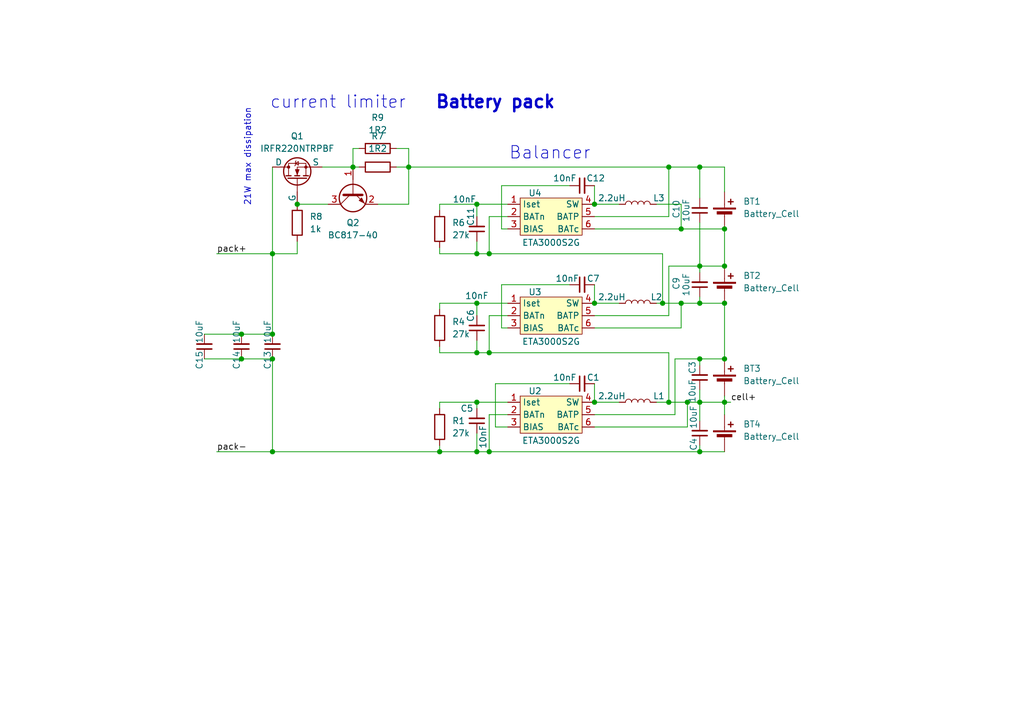
<source format=kicad_sch>
(kicad_sch
	(version 20250114)
	(generator "eeschema")
	(generator_version "9.0")
	(uuid "02b46418-10a4-4613-93db-bfdcf7e70b49")
	(paper "A5")
	(lib_symbols
		(symbol "Device:Battery_Cell"
			(pin_numbers
				(hide yes)
			)
			(pin_names
				(offset 0)
				(hide yes)
			)
			(exclude_from_sim no)
			(in_bom yes)
			(on_board yes)
			(property "Reference" "BT"
				(at 2.54 2.54 0)
				(effects
					(font
						(size 1.27 1.27)
					)
					(justify left)
				)
			)
			(property "Value" "Battery_Cell"
				(at 2.54 0 0)
				(effects
					(font
						(size 1.27 1.27)
					)
					(justify left)
				)
			)
			(property "Footprint" ""
				(at 0 1.524 90)
				(effects
					(font
						(size 1.27 1.27)
					)
					(hide yes)
				)
			)
			(property "Datasheet" "~"
				(at 0 1.524 90)
				(effects
					(font
						(size 1.27 1.27)
					)
					(hide yes)
				)
			)
			(property "Description" "Single-cell battery"
				(at 0 0 0)
				(effects
					(font
						(size 1.27 1.27)
					)
					(hide yes)
				)
			)
			(property "ki_keywords" "battery cell"
				(at 0 0 0)
				(effects
					(font
						(size 1.27 1.27)
					)
					(hide yes)
				)
			)
			(symbol "Battery_Cell_0_1"
				(rectangle
					(start -2.286 1.778)
					(end 2.286 1.524)
					(stroke
						(width 0)
						(type default)
					)
					(fill
						(type outline)
					)
				)
				(rectangle
					(start -1.524 1.016)
					(end 1.524 0.508)
					(stroke
						(width 0)
						(type default)
					)
					(fill
						(type outline)
					)
				)
				(polyline
					(pts
						(xy 0 1.778) (xy 0 2.54)
					)
					(stroke
						(width 0)
						(type default)
					)
					(fill
						(type none)
					)
				)
				(polyline
					(pts
						(xy 0 0.762) (xy 0 0)
					)
					(stroke
						(width 0)
						(type default)
					)
					(fill
						(type none)
					)
				)
				(polyline
					(pts
						(xy 0.762 3.048) (xy 1.778 3.048)
					)
					(stroke
						(width 0.254)
						(type default)
					)
					(fill
						(type none)
					)
				)
				(polyline
					(pts
						(xy 1.27 3.556) (xy 1.27 2.54)
					)
					(stroke
						(width 0.254)
						(type default)
					)
					(fill
						(type none)
					)
				)
			)
			(symbol "Battery_Cell_1_1"
				(pin passive line
					(at 0 5.08 270)
					(length 2.54)
					(name "+"
						(effects
							(font
								(size 1.27 1.27)
							)
						)
					)
					(number "1"
						(effects
							(font
								(size 1.27 1.27)
							)
						)
					)
				)
				(pin passive line
					(at 0 -2.54 90)
					(length 2.54)
					(name "-"
						(effects
							(font
								(size 1.27 1.27)
							)
						)
					)
					(number "2"
						(effects
							(font
								(size 1.27 1.27)
							)
						)
					)
				)
			)
			(embedded_fonts no)
		)
		(symbol "Device:C_Small"
			(pin_numbers
				(hide yes)
			)
			(pin_names
				(offset 0.254)
				(hide yes)
			)
			(exclude_from_sim no)
			(in_bom yes)
			(on_board yes)
			(property "Reference" "C"
				(at 0.254 1.778 0)
				(effects
					(font
						(size 1.27 1.27)
					)
					(justify left)
				)
			)
			(property "Value" "C_Small"
				(at 0.254 -2.032 0)
				(effects
					(font
						(size 1.27 1.27)
					)
					(justify left)
				)
			)
			(property "Footprint" ""
				(at 0 0 0)
				(effects
					(font
						(size 1.27 1.27)
					)
					(hide yes)
				)
			)
			(property "Datasheet" "~"
				(at 0 0 0)
				(effects
					(font
						(size 1.27 1.27)
					)
					(hide yes)
				)
			)
			(property "Description" "Unpolarized capacitor, small symbol"
				(at 0 0 0)
				(effects
					(font
						(size 1.27 1.27)
					)
					(hide yes)
				)
			)
			(property "ki_keywords" "capacitor cap"
				(at 0 0 0)
				(effects
					(font
						(size 1.27 1.27)
					)
					(hide yes)
				)
			)
			(property "ki_fp_filters" "C_*"
				(at 0 0 0)
				(effects
					(font
						(size 1.27 1.27)
					)
					(hide yes)
				)
			)
			(symbol "C_Small_0_1"
				(polyline
					(pts
						(xy -1.524 0.508) (xy 1.524 0.508)
					)
					(stroke
						(width 0.3048)
						(type default)
					)
					(fill
						(type none)
					)
				)
				(polyline
					(pts
						(xy -1.524 -0.508) (xy 1.524 -0.508)
					)
					(stroke
						(width 0.3302)
						(type default)
					)
					(fill
						(type none)
					)
				)
			)
			(symbol "C_Small_1_1"
				(pin passive line
					(at 0 2.54 270)
					(length 2.032)
					(name "~"
						(effects
							(font
								(size 1.27 1.27)
							)
						)
					)
					(number "1"
						(effects
							(font
								(size 1.27 1.27)
							)
						)
					)
				)
				(pin passive line
					(at 0 -2.54 90)
					(length 2.032)
					(name "~"
						(effects
							(font
								(size 1.27 1.27)
							)
						)
					)
					(number "2"
						(effects
							(font
								(size 1.27 1.27)
							)
						)
					)
				)
			)
			(embedded_fonts no)
		)
		(symbol "Device:L"
			(pin_numbers
				(hide yes)
			)
			(pin_names
				(offset 1.016)
				(hide yes)
			)
			(exclude_from_sim no)
			(in_bom yes)
			(on_board yes)
			(property "Reference" "L"
				(at -1.27 0 90)
				(effects
					(font
						(size 1.27 1.27)
					)
				)
			)
			(property "Value" "L"
				(at 1.905 0 90)
				(effects
					(font
						(size 1.27 1.27)
					)
				)
			)
			(property "Footprint" ""
				(at 0 0 0)
				(effects
					(font
						(size 1.27 1.27)
					)
					(hide yes)
				)
			)
			(property "Datasheet" "~"
				(at 0 0 0)
				(effects
					(font
						(size 1.27 1.27)
					)
					(hide yes)
				)
			)
			(property "Description" "Inductor"
				(at 0 0 0)
				(effects
					(font
						(size 1.27 1.27)
					)
					(hide yes)
				)
			)
			(property "ki_keywords" "inductor choke coil reactor magnetic"
				(at 0 0 0)
				(effects
					(font
						(size 1.27 1.27)
					)
					(hide yes)
				)
			)
			(property "ki_fp_filters" "Choke_* *Coil* Inductor_* L_*"
				(at 0 0 0)
				(effects
					(font
						(size 1.27 1.27)
					)
					(hide yes)
				)
			)
			(symbol "L_0_1"
				(arc
					(start 0 2.54)
					(mid 0.6323 1.905)
					(end 0 1.27)
					(stroke
						(width 0)
						(type default)
					)
					(fill
						(type none)
					)
				)
				(arc
					(start 0 1.27)
					(mid 0.6323 0.635)
					(end 0 0)
					(stroke
						(width 0)
						(type default)
					)
					(fill
						(type none)
					)
				)
				(arc
					(start 0 0)
					(mid 0.6323 -0.635)
					(end 0 -1.27)
					(stroke
						(width 0)
						(type default)
					)
					(fill
						(type none)
					)
				)
				(arc
					(start 0 -1.27)
					(mid 0.6323 -1.905)
					(end 0 -2.54)
					(stroke
						(width 0)
						(type default)
					)
					(fill
						(type none)
					)
				)
			)
			(symbol "L_1_1"
				(pin passive line
					(at 0 3.81 270)
					(length 1.27)
					(name "1"
						(effects
							(font
								(size 1.27 1.27)
							)
						)
					)
					(number "1"
						(effects
							(font
								(size 1.27 1.27)
							)
						)
					)
				)
				(pin passive line
					(at 0 -3.81 90)
					(length 1.27)
					(name "2"
						(effects
							(font
								(size 1.27 1.27)
							)
						)
					)
					(number "2"
						(effects
							(font
								(size 1.27 1.27)
							)
						)
					)
				)
			)
			(embedded_fonts no)
		)
		(symbol "Device:R"
			(pin_numbers
				(hide yes)
			)
			(pin_names
				(offset 0)
			)
			(exclude_from_sim no)
			(in_bom yes)
			(on_board yes)
			(property "Reference" "R"
				(at 2.032 0 90)
				(effects
					(font
						(size 1.27 1.27)
					)
				)
			)
			(property "Value" "R"
				(at 0 0 90)
				(effects
					(font
						(size 1.27 1.27)
					)
				)
			)
			(property "Footprint" ""
				(at -1.778 0 90)
				(effects
					(font
						(size 1.27 1.27)
					)
					(hide yes)
				)
			)
			(property "Datasheet" "~"
				(at 0 0 0)
				(effects
					(font
						(size 1.27 1.27)
					)
					(hide yes)
				)
			)
			(property "Description" "Resistor"
				(at 0 0 0)
				(effects
					(font
						(size 1.27 1.27)
					)
					(hide yes)
				)
			)
			(property "ki_keywords" "R res resistor"
				(at 0 0 0)
				(effects
					(font
						(size 1.27 1.27)
					)
					(hide yes)
				)
			)
			(property "ki_fp_filters" "R_*"
				(at 0 0 0)
				(effects
					(font
						(size 1.27 1.27)
					)
					(hide yes)
				)
			)
			(symbol "R_0_1"
				(rectangle
					(start -1.016 -2.54)
					(end 1.016 2.54)
					(stroke
						(width 0.254)
						(type default)
					)
					(fill
						(type none)
					)
				)
			)
			(symbol "R_1_1"
				(pin passive line
					(at 0 3.81 270)
					(length 1.27)
					(name "~"
						(effects
							(font
								(size 1.27 1.27)
							)
						)
					)
					(number "1"
						(effects
							(font
								(size 1.27 1.27)
							)
						)
					)
				)
				(pin passive line
					(at 0 -3.81 90)
					(length 1.27)
					(name "~"
						(effects
							(font
								(size 1.27 1.27)
							)
						)
					)
					(number "2"
						(effects
							(font
								(size 1.27 1.27)
							)
						)
					)
				)
			)
			(embedded_fonts no)
		)
		(symbol "ETA3000S2G_1"
			(exclude_from_sim no)
			(in_bom yes)
			(on_board yes)
			(property "Reference" "U2"
				(at 5.588 2.286 0)
				(effects
					(font
						(size 1.27 1.27)
					)
				)
			)
			(property "Value" "ETA3000S2G"
				(at 8.89 -7.874 0)
				(effects
					(font
						(size 1.27 1.27)
					)
				)
			)
			(property "Footprint" "Package_TO_SOT_SMD:SOT-23-6_Handsoldering"
				(at 0 0 0)
				(effects
					(font
						(size 1.27 1.27)
					)
					(hide yes)
				)
			)
			(property "Datasheet" ""
				(at 0 0 0)
				(effects
					(font
						(size 1.27 1.27)
					)
					(hide yes)
				)
			)
			(property "Description" ""
				(at 0 0 0)
				(effects
					(font
						(size 1.27 1.27)
					)
					(hide yes)
				)
			)
			(symbol "ETA3000S2G_1_1_1"
				(rectangle
					(start 2.54 1.27)
					(end 15.24 -6.35)
					(stroke
						(width 0)
						(type solid)
					)
					(fill
						(type background)
					)
				)
				(pin passive line
					(at 0 0 0)
					(length 2.54)
					(name "Iset"
						(effects
							(font
								(size 1.27 1.27)
							)
						)
					)
					(number "1"
						(effects
							(font
								(size 1.27 1.27)
							)
						)
					)
				)
				(pin power_in line
					(at 0 -2.54 0)
					(length 2.54)
					(name "BATn"
						(effects
							(font
								(size 1.27 1.27)
							)
						)
					)
					(number "2"
						(effects
							(font
								(size 1.27 1.27)
							)
						)
					)
				)
				(pin passive line
					(at 0 -5.08 0)
					(length 2.54)
					(name "BIAS"
						(effects
							(font
								(size 1.27 1.27)
							)
						)
					)
					(number "3"
						(effects
							(font
								(size 1.27 1.27)
							)
						)
					)
				)
				(pin passive line
					(at 17.78 0 180)
					(length 2.54)
					(name "SW"
						(effects
							(font
								(size 1.27 1.27)
							)
						)
					)
					(number "4"
						(effects
							(font
								(size 1.27 1.27)
							)
						)
					)
				)
				(pin passive line
					(at 17.78 -2.54 180)
					(length 2.54)
					(name "BATP"
						(effects
							(font
								(size 1.27 1.27)
							)
						)
					)
					(number "5"
						(effects
							(font
								(size 1.27 1.27)
							)
						)
					)
				)
				(pin passive line
					(at 17.78 -5.08 180)
					(length 2.54)
					(name "BATc"
						(effects
							(font
								(size 1.27 1.27)
							)
						)
					)
					(number "6"
						(effects
							(font
								(size 1.27 1.27)
							)
						)
					)
				)
			)
			(embedded_fonts no)
		)
		(symbol "Simulation_SPICE:NMOS"
			(pin_numbers
				(hide yes)
			)
			(pin_names
				(offset 0)
			)
			(exclude_from_sim no)
			(in_bom yes)
			(on_board yes)
			(property "Reference" "Q1"
				(at 8.89 0 90)
				(effects
					(font
						(size 1.27 1.27)
					)
				)
			)
			(property "Value" "IRFR220NTRPBF"
				(at 6.35 0 90)
				(effects
					(font
						(size 1.27 1.27)
					)
				)
			)
			(property "Footprint" "Package_TO_SOT_SMD:TO-252-2"
				(at 5.08 2.54 0)
				(effects
					(font
						(size 1.27 1.27)
					)
					(hide yes)
				)
			)
			(property "Datasheet" "https://ngspice.sourceforge.io/docs/ngspice-html-manual/manual.xhtml#cha_MOSFETs"
				(at 0 -12.7 0)
				(effects
					(font
						(size 1.27 1.27)
					)
					(hide yes)
				)
			)
			(property "Description" "N-MOSFET transistor, drain/source/gate"
				(at 0 0 0)
				(effects
					(font
						(size 1.27 1.27)
					)
					(hide yes)
				)
			)
			(property "Sim.Device" "NMOS"
				(at 0 -17.145 0)
				(effects
					(font
						(size 1.27 1.27)
					)
					(hide yes)
				)
			)
			(property "Sim.Type" "VDMOS"
				(at 0 -19.05 0)
				(effects
					(font
						(size 1.27 1.27)
					)
					(hide yes)
				)
			)
			(property "Sim.Pins" "1=D 2=G 3=S"
				(at 0 -15.24 0)
				(effects
					(font
						(size 1.27 1.27)
					)
					(hide yes)
				)
			)
			(property "ki_keywords" "transistor NMOS N-MOS N-MOSFET simulation"
				(at 0 0 0)
				(effects
					(font
						(size 1.27 1.27)
					)
					(hide yes)
				)
			)
			(symbol "NMOS_0_1"
				(polyline
					(pts
						(xy 0.254 1.905) (xy 0.254 -1.905)
					)
					(stroke
						(width 0.254)
						(type default)
					)
					(fill
						(type none)
					)
				)
				(polyline
					(pts
						(xy 0.254 0) (xy -2.54 0)
					)
					(stroke
						(width 0)
						(type default)
					)
					(fill
						(type none)
					)
				)
				(polyline
					(pts
						(xy 0.762 2.286) (xy 0.762 1.27)
					)
					(stroke
						(width 0.254)
						(type default)
					)
					(fill
						(type none)
					)
				)
				(polyline
					(pts
						(xy 0.762 0.508) (xy 0.762 -0.508)
					)
					(stroke
						(width 0.254)
						(type default)
					)
					(fill
						(type none)
					)
				)
				(polyline
					(pts
						(xy 0.762 -1.27) (xy 0.762 -2.286)
					)
					(stroke
						(width 0.254)
						(type default)
					)
					(fill
						(type none)
					)
				)
				(polyline
					(pts
						(xy 0.762 -1.778) (xy 3.302 -1.778) (xy 3.302 1.778) (xy 0.762 1.778)
					)
					(stroke
						(width 0)
						(type default)
					)
					(fill
						(type none)
					)
				)
				(polyline
					(pts
						(xy 1.016 0) (xy 2.032 0.381) (xy 2.032 -0.381) (xy 1.016 0)
					)
					(stroke
						(width 0)
						(type default)
					)
					(fill
						(type outline)
					)
				)
				(circle
					(center 1.651 0)
					(radius 2.794)
					(stroke
						(width 0.254)
						(type default)
					)
					(fill
						(type none)
					)
				)
				(polyline
					(pts
						(xy 2.54 2.54) (xy 2.54 1.778)
					)
					(stroke
						(width 0)
						(type default)
					)
					(fill
						(type none)
					)
				)
				(circle
					(center 2.54 1.778)
					(radius 0.254)
					(stroke
						(width 0)
						(type default)
					)
					(fill
						(type outline)
					)
				)
				(circle
					(center 2.54 -1.778)
					(radius 0.254)
					(stroke
						(width 0)
						(type default)
					)
					(fill
						(type outline)
					)
				)
				(polyline
					(pts
						(xy 2.54 -2.54) (xy 2.54 0) (xy 0.762 0)
					)
					(stroke
						(width 0)
						(type default)
					)
					(fill
						(type none)
					)
				)
				(polyline
					(pts
						(xy 2.794 0.508) (xy 2.921 0.381) (xy 3.683 0.381) (xy 3.81 0.254)
					)
					(stroke
						(width 0)
						(type default)
					)
					(fill
						(type none)
					)
				)
				(polyline
					(pts
						(xy 3.302 0.381) (xy 2.921 -0.254) (xy 3.683 -0.254) (xy 3.302 0.381)
					)
					(stroke
						(width 0)
						(type default)
					)
					(fill
						(type none)
					)
				)
			)
			(symbol "NMOS_1_1"
				(pin input line
					(at -5.08 0 0)
					(length 2.54)
					(name "G"
						(effects
							(font
								(size 1.27 1.27)
							)
						)
					)
					(number "1"
						(effects
							(font
								(size 1.27 1.27)
							)
						)
					)
				)
				(pin passive line
					(at 2.54 5.08 270)
					(length 2.54)
					(name "D"
						(effects
							(font
								(size 1.27 1.27)
							)
						)
					)
					(number "2"
						(effects
							(font
								(size 1.27 1.27)
							)
						)
					)
				)
				(pin passive line
					(at 2.54 -5.08 90)
					(length 2.54)
					(name "S"
						(effects
							(font
								(size 1.27 1.27)
							)
						)
					)
					(number "3"
						(effects
							(font
								(size 1.27 1.27)
							)
						)
					)
				)
			)
			(embedded_fonts no)
		)
		(symbol "Transistor_BJT:Q_NPN_BEC"
			(pin_names
				(offset 0)
				(hide yes)
			)
			(exclude_from_sim no)
			(in_bom yes)
			(on_board yes)
			(property "Reference" "Q"
				(at 5.08 1.27 0)
				(effects
					(font
						(size 1.27 1.27)
					)
					(justify left)
				)
			)
			(property "Value" "Q_NPN_BEC"
				(at 5.08 -1.27 0)
				(effects
					(font
						(size 1.27 1.27)
					)
					(justify left)
				)
			)
			(property "Footprint" ""
				(at 5.08 2.54 0)
				(effects
					(font
						(size 1.27 1.27)
					)
					(hide yes)
				)
			)
			(property "Datasheet" "~"
				(at 0 0 0)
				(effects
					(font
						(size 1.27 1.27)
					)
					(hide yes)
				)
			)
			(property "Description" "NPN transistor, base/emitter/collector"
				(at 0 0 0)
				(effects
					(font
						(size 1.27 1.27)
					)
					(hide yes)
				)
			)
			(property "ki_keywords" "BJT"
				(at 0 0 0)
				(effects
					(font
						(size 1.27 1.27)
					)
					(hide yes)
				)
			)
			(symbol "Q_NPN_BEC_0_1"
				(polyline
					(pts
						(xy -2.54 0) (xy 0.635 0)
					)
					(stroke
						(width 0)
						(type default)
					)
					(fill
						(type none)
					)
				)
				(polyline
					(pts
						(xy 0.635 1.905) (xy 0.635 -1.905)
					)
					(stroke
						(width 0.508)
						(type default)
					)
					(fill
						(type none)
					)
				)
				(circle
					(center 1.27 0)
					(radius 2.8194)
					(stroke
						(width 0.254)
						(type default)
					)
					(fill
						(type none)
					)
				)
			)
			(symbol "Q_NPN_BEC_1_1"
				(polyline
					(pts
						(xy 0.635 0.635) (xy 2.54 2.54)
					)
					(stroke
						(width 0)
						(type default)
					)
					(fill
						(type none)
					)
				)
				(polyline
					(pts
						(xy 0.635 -0.635) (xy 2.54 -2.54)
					)
					(stroke
						(width 0)
						(type default)
					)
					(fill
						(type none)
					)
				)
				(polyline
					(pts
						(xy 1.27 -1.778) (xy 1.778 -1.27) (xy 2.286 -2.286) (xy 1.27 -1.778)
					)
					(stroke
						(width 0)
						(type default)
					)
					(fill
						(type outline)
					)
				)
				(pin input line
					(at -5.08 0 0)
					(length 2.54)
					(name "B"
						(effects
							(font
								(size 1.27 1.27)
							)
						)
					)
					(number "1"
						(effects
							(font
								(size 1.27 1.27)
							)
						)
					)
				)
				(pin passive line
					(at 2.54 5.08 270)
					(length 2.54)
					(name "C"
						(effects
							(font
								(size 1.27 1.27)
							)
						)
					)
					(number "3"
						(effects
							(font
								(size 1.27 1.27)
							)
						)
					)
				)
				(pin passive line
					(at 2.54 -5.08 90)
					(length 2.54)
					(name "E"
						(effects
							(font
								(size 1.27 1.27)
							)
						)
					)
					(number "2"
						(effects
							(font
								(size 1.27 1.27)
							)
						)
					)
				)
			)
			(embedded_fonts no)
		)
	)
	(text "Balancer"
		(exclude_from_sim no)
		(at 112.776 31.496 0)
		(effects
			(font
				(size 2.54 2.54)
			)
		)
		(uuid "8b42b9c5-d5ec-4959-98c8-e30b4df6894d")
	)
	(text "Battery pack"
		(exclude_from_sim no)
		(at 101.6 21.082 0)
		(effects
			(font
				(size 2.54 2.54)
				(thickness 0.508)
				(bold yes)
			)
		)
		(uuid "8e7a45b8-e870-4afb-b942-3a2c701489a0")
	)
	(text "21W max dissipation"
		(exclude_from_sim no)
		(at 50.8 32.258 90)
		(effects
			(font
				(size 1.27 1.27)
			)
		)
		(uuid "973a91b0-b567-4577-a222-23ac54142994")
	)
	(text "current limiter"
		(exclude_from_sim no)
		(at 69.342 21.082 0)
		(effects
			(font
				(size 2.54 2.54)
			)
		)
		(uuid "d7c8ce8c-ffe6-4a50-8b1f-b5b30b315515")
	)
	(junction
		(at 148.59 82.55)
		(diameter 0)
		(color 0 0 0 0)
		(uuid "02988648-e6c6-4bf2-a481-f22eef14c31f")
	)
	(junction
		(at 55.88 92.71)
		(diameter 0)
		(color 0 0 0 0)
		(uuid "100a59e4-f9fc-45df-b749-694a823961b5")
	)
	(junction
		(at 143.51 92.71)
		(diameter 0)
		(color 0 0 0 0)
		(uuid "10a1075d-c8d0-45ef-a6ff-67e06630e77b")
	)
	(junction
		(at 121.92 82.55)
		(diameter 0)
		(color 0 0 0 0)
		(uuid "1ae465aa-d14a-4362-9de3-c6c19b287051")
	)
	(junction
		(at 121.92 62.23)
		(diameter 0)
		(color 0 0 0 0)
		(uuid "2278c2b1-ffc3-4a9b-ad3b-cae94eb2da5e")
	)
	(junction
		(at 148.59 62.23)
		(diameter 0)
		(color 0 0 0 0)
		(uuid "23d71dc2-48d2-44f6-9cde-5e2a9cb62737")
	)
	(junction
		(at 97.79 62.23)
		(diameter 0)
		(color 0 0 0 0)
		(uuid "2409deb5-879e-432f-8bcb-77d8566e983c")
	)
	(junction
		(at 55.88 52.07)
		(diameter 0)
		(color 0 0 0 0)
		(uuid "34872628-6a29-4814-8f44-29d68aaff915")
	)
	(junction
		(at 97.79 52.07)
		(diameter 0)
		(color 0 0 0 0)
		(uuid "38c835fc-5e0f-45b3-ace0-91c542fe5723")
	)
	(junction
		(at 83.82 34.29)
		(diameter 0)
		(color 0 0 0 0)
		(uuid "4aad3821-d856-41fc-97bd-e586d3e8f162")
	)
	(junction
		(at 49.53 73.66)
		(diameter 0)
		(color 0 0 0 0)
		(uuid "63b93b79-36af-4d1b-b526-52c2a779899f")
	)
	(junction
		(at 143.51 54.61)
		(diameter 0)
		(color 0 0 0 0)
		(uuid "654814e5-3c28-4305-a907-6893d15b27a3")
	)
	(junction
		(at 135.89 62.23)
		(diameter 0)
		(color 0 0 0 0)
		(uuid "74545cb4-28d2-4f03-9db3-ac8ebe57f36e")
	)
	(junction
		(at 49.53 68.58)
		(diameter 0)
		(color 0 0 0 0)
		(uuid "74699829-c4db-4bea-975c-ffdb6c465424")
	)
	(junction
		(at 55.88 68.58)
		(diameter 0)
		(color 0 0 0 0)
		(uuid "7a6ececa-31f9-4b62-9f7e-daa6367d6465")
	)
	(junction
		(at 139.7 46.99)
		(diameter 0)
		(color 0 0 0 0)
		(uuid "7c5c7453-58df-44ab-b509-cae11fa84d26")
	)
	(junction
		(at 121.92 41.91)
		(diameter 0)
		(color 0 0 0 0)
		(uuid "7e2aeff8-15a1-43b1-a032-d9125d330212")
	)
	(junction
		(at 143.51 62.23)
		(diameter 0)
		(color 0 0 0 0)
		(uuid "7e8d35b9-6276-4382-a411-ad12fe819979")
	)
	(junction
		(at 143.51 34.29)
		(diameter 0)
		(color 0 0 0 0)
		(uuid "821e5f82-1949-463c-bb2f-68790ca10377")
	)
	(junction
		(at 148.59 54.61)
		(diameter 0)
		(color 0 0 0 0)
		(uuid "83812cbe-adf9-43e0-a326-f9986bc66bbb")
	)
	(junction
		(at 140.97 82.55)
		(diameter 0)
		(color 0 0 0 0)
		(uuid "89a4912f-e6a5-44fc-8072-2df29ec0a780")
	)
	(junction
		(at 90.17 92.71)
		(diameter 0)
		(color 0 0 0 0)
		(uuid "8f061879-dda9-4083-9dc2-2bf6b5f71763")
	)
	(junction
		(at 97.79 72.39)
		(diameter 0)
		(color 0 0 0 0)
		(uuid "92dc600a-710c-447c-884b-b5f9a93aed3a")
	)
	(junction
		(at 97.79 82.55)
		(diameter 0)
		(color 0 0 0 0)
		(uuid "a05969cb-0472-485d-bd1f-27dcef29b82e")
	)
	(junction
		(at 97.79 92.71)
		(diameter 0)
		(color 0 0 0 0)
		(uuid "ae977f73-4981-4c5e-b6f8-566147d828f4")
	)
	(junction
		(at 139.7 62.23)
		(diameter 0)
		(color 0 0 0 0)
		(uuid "b748655f-59db-4807-9853-fa3d623106f0")
	)
	(junction
		(at 137.16 34.29)
		(diameter 0)
		(color 0 0 0 0)
		(uuid "bab3040f-4f73-42fc-93bb-60f3a3da19ce")
	)
	(junction
		(at 143.51 73.66)
		(diameter 0)
		(color 0 0 0 0)
		(uuid "c574a51e-a117-43d9-b3b6-a2e6c36a8ac7")
	)
	(junction
		(at 137.16 82.55)
		(diameter 0)
		(color 0 0 0 0)
		(uuid "c9e8bb56-8e70-45e1-b9c5-7ec6ce20c800")
	)
	(junction
		(at 148.59 73.66)
		(diameter 0)
		(color 0 0 0 0)
		(uuid "d73c6bc5-41a6-41a8-90bc-9c78b9d046b4")
	)
	(junction
		(at 97.79 41.91)
		(diameter 0)
		(color 0 0 0 0)
		(uuid "daa7edbf-6b4a-4421-9be2-6cc3792ecd20")
	)
	(junction
		(at 100.33 52.07)
		(diameter 0)
		(color 0 0 0 0)
		(uuid "dd0991b1-2dae-487c-894c-654f2e35524e")
	)
	(junction
		(at 60.96 41.91)
		(diameter 0)
		(color 0 0 0 0)
		(uuid "e4ba152d-eec2-4bab-b97e-068b96ce4872")
	)
	(junction
		(at 72.39 34.29)
		(diameter 0)
		(color 0 0 0 0)
		(uuid "e80163c3-bc28-4e30-a470-7ac436b06925")
	)
	(junction
		(at 148.59 46.99)
		(diameter 0)
		(color 0 0 0 0)
		(uuid "ec27eb36-fb57-4f69-ac88-60ddc004ced5")
	)
	(junction
		(at 100.33 92.71)
		(diameter 0)
		(color 0 0 0 0)
		(uuid "ef713123-df20-4791-90a4-1a567857f3f9")
	)
	(junction
		(at 55.88 73.66)
		(diameter 0)
		(color 0 0 0 0)
		(uuid "f2f180c5-8564-4e8d-8653-08e4f1d24e56")
	)
	(junction
		(at 143.51 82.55)
		(diameter 0)
		(color 0 0 0 0)
		(uuid "f7b0dd89-5bc9-4908-b082-cb01bf8d2334")
	)
	(junction
		(at 100.33 72.39)
		(diameter 0)
		(color 0 0 0 0)
		(uuid "f8f815c0-c316-4dd8-8ea0-6c6bc7a3e8b3")
	)
	(wire
		(pts
			(xy 134.62 62.23) (xy 135.89 62.23)
		)
		(stroke
			(width 0)
			(type default)
		)
		(uuid "04462db9-9c18-41c5-850d-c9ba973aed5d")
	)
	(wire
		(pts
			(xy 60.96 41.91) (xy 67.31 41.91)
		)
		(stroke
			(width 0)
			(type default)
		)
		(uuid "0486b4d2-ca25-4bd9-a5ad-4f51949dec8a")
	)
	(wire
		(pts
			(xy 104.14 64.77) (xy 100.33 64.77)
		)
		(stroke
			(width 0)
			(type default)
		)
		(uuid "05f1d31c-ee33-4a58-9ea3-957209303f24")
	)
	(wire
		(pts
			(xy 143.51 80.01) (xy 143.51 82.55)
		)
		(stroke
			(width 0)
			(type default)
		)
		(uuid "08f14e6c-cc09-484a-b674-9987c16fe9ae")
	)
	(wire
		(pts
			(xy 97.79 52.07) (xy 90.17 52.07)
		)
		(stroke
			(width 0)
			(type default)
		)
		(uuid "107dd1bb-275e-46e3-909b-49178e36c99f")
	)
	(wire
		(pts
			(xy 121.92 44.45) (xy 137.16 44.45)
		)
		(stroke
			(width 0)
			(type default)
		)
		(uuid "10bdf980-c440-4989-a755-2db6afe92a17")
	)
	(wire
		(pts
			(xy 121.92 67.31) (xy 139.7 67.31)
		)
		(stroke
			(width 0)
			(type default)
		)
		(uuid "119d0264-027e-406a-8474-ff5c74d817f7")
	)
	(wire
		(pts
			(xy 138.43 85.09) (xy 138.43 73.66)
		)
		(stroke
			(width 0)
			(type default)
		)
		(uuid "12e1bf9d-e2ff-4801-8beb-d642526f57c4")
	)
	(wire
		(pts
			(xy 121.92 85.09) (xy 138.43 85.09)
		)
		(stroke
			(width 0)
			(type default)
		)
		(uuid "16cb6fb1-09ba-43a7-8126-8cd84604cfdf")
	)
	(wire
		(pts
			(xy 90.17 41.91) (xy 90.17 43.18)
		)
		(stroke
			(width 0)
			(type default)
		)
		(uuid "16e03aa8-b4eb-4493-87a3-e1cb53789719")
	)
	(wire
		(pts
			(xy 139.7 46.99) (xy 139.7 41.91)
		)
		(stroke
			(width 0)
			(type default)
		)
		(uuid "181f0c00-f8e7-49da-a28d-18805c73305d")
	)
	(wire
		(pts
			(xy 90.17 62.23) (xy 90.17 63.5)
		)
		(stroke
			(width 0)
			(type default)
		)
		(uuid "1852f433-43a6-4d7e-a152-76245b6a0002")
	)
	(wire
		(pts
			(xy 121.92 41.91) (xy 127 41.91)
		)
		(stroke
			(width 0)
			(type default)
		)
		(uuid "1e8d89a0-939d-4fc4-94bc-5e738388b499")
	)
	(wire
		(pts
			(xy 121.92 87.63) (xy 140.97 87.63)
		)
		(stroke
			(width 0)
			(type default)
		)
		(uuid "20d1eb3f-5e6c-44ca-b62c-cbb378b8f407")
	)
	(wire
		(pts
			(xy 100.33 64.77) (xy 100.33 72.39)
		)
		(stroke
			(width 0)
			(type default)
		)
		(uuid "224d224e-a8cb-4caf-a7c1-3b63fc5fe620")
	)
	(wire
		(pts
			(xy 97.79 72.39) (xy 100.33 72.39)
		)
		(stroke
			(width 0)
			(type default)
		)
		(uuid "23cf8dae-d005-4326-8e2f-5192079d2b54")
	)
	(wire
		(pts
			(xy 139.7 67.31) (xy 139.7 62.23)
		)
		(stroke
			(width 0)
			(type default)
		)
		(uuid "25caefde-266e-42d5-b60b-8d4a11321f65")
	)
	(wire
		(pts
			(xy 97.79 82.55) (xy 104.14 82.55)
		)
		(stroke
			(width 0)
			(type default)
		)
		(uuid "2d048039-74a9-4d26-ac32-91fe60338707")
	)
	(wire
		(pts
			(xy 97.79 69.85) (xy 97.79 72.39)
		)
		(stroke
			(width 0)
			(type default)
		)
		(uuid "2ed32a68-f761-4b79-b35a-32db76d80e38")
	)
	(wire
		(pts
			(xy 66.04 34.29) (xy 72.39 34.29)
		)
		(stroke
			(width 0)
			(type default)
		)
		(uuid "2f7cc0f0-5750-4f44-8b2d-fc303a974627")
	)
	(wire
		(pts
			(xy 60.96 52.07) (xy 55.88 52.07)
		)
		(stroke
			(width 0)
			(type default)
		)
		(uuid "30195c1d-07da-48b1-bd4c-3821d8e92e2a")
	)
	(wire
		(pts
			(xy 102.87 67.31) (xy 104.14 67.31)
		)
		(stroke
			(width 0)
			(type default)
		)
		(uuid "303f0b8a-a59d-4eba-aed9-1dbc67976ecb")
	)
	(wire
		(pts
			(xy 143.51 92.71) (xy 148.59 92.71)
		)
		(stroke
			(width 0)
			(type default)
		)
		(uuid "325a72ac-6647-4de0-8617-ceb9fcab6f24")
	)
	(wire
		(pts
			(xy 137.16 34.29) (xy 143.51 34.29)
		)
		(stroke
			(width 0)
			(type default)
		)
		(uuid "3550c049-434a-48de-8aaa-6c75acf45668")
	)
	(wire
		(pts
			(xy 102.87 38.1) (xy 102.87 46.99)
		)
		(stroke
			(width 0)
			(type default)
		)
		(uuid "36e21322-bb68-4365-a699-c4dbf5c89f99")
	)
	(wire
		(pts
			(xy 77.47 41.91) (xy 83.82 41.91)
		)
		(stroke
			(width 0)
			(type default)
		)
		(uuid "372f1b44-adf6-4feb-92d1-ac30ebc047cd")
	)
	(wire
		(pts
			(xy 83.82 41.91) (xy 83.82 34.29)
		)
		(stroke
			(width 0)
			(type default)
		)
		(uuid "3904a2ba-45c3-4c26-9204-8bb40c3c7d82")
	)
	(wire
		(pts
			(xy 55.88 52.07) (xy 55.88 34.29)
		)
		(stroke
			(width 0)
			(type default)
		)
		(uuid "3b72a35a-cdf3-4286-bd17-a4534bb67a29")
	)
	(wire
		(pts
			(xy 73.66 30.48) (xy 72.39 30.48)
		)
		(stroke
			(width 0)
			(type default)
		)
		(uuid "41a4aba7-618c-4c26-8a3b-ae068fa5d276")
	)
	(wire
		(pts
			(xy 143.51 73.66) (xy 143.51 74.93)
		)
		(stroke
			(width 0)
			(type default)
		)
		(uuid "432bf720-b819-4bcf-b5d3-a7e8d7f80edb")
	)
	(wire
		(pts
			(xy 49.53 68.58) (xy 55.88 68.58)
		)
		(stroke
			(width 0)
			(type default)
		)
		(uuid "47fb22c8-6d0b-4785-a573-fc86e13bcc97")
	)
	(wire
		(pts
			(xy 148.59 46.99) (xy 148.59 54.61)
		)
		(stroke
			(width 0)
			(type default)
		)
		(uuid "49825e36-ab5f-45b2-9e87-cd81150ff98e")
	)
	(wire
		(pts
			(xy 97.79 92.71) (xy 100.33 92.71)
		)
		(stroke
			(width 0)
			(type default)
		)
		(uuid "4aa5bfb8-b8fd-4836-9c47-bd6cc37b07d4")
	)
	(wire
		(pts
			(xy 97.79 44.45) (xy 97.79 41.91)
		)
		(stroke
			(width 0)
			(type default)
		)
		(uuid "4ab71c05-223c-45e6-9d00-573d6969419c")
	)
	(wire
		(pts
			(xy 83.82 34.29) (xy 137.16 34.29)
		)
		(stroke
			(width 0)
			(type default)
		)
		(uuid "4ba84c0b-94e5-491f-9b98-e671df978521")
	)
	(wire
		(pts
			(xy 97.79 62.23) (xy 104.14 62.23)
		)
		(stroke
			(width 0)
			(type default)
		)
		(uuid "52d27c37-0547-4955-91a6-4a78734b96c7")
	)
	(wire
		(pts
			(xy 148.59 82.55) (xy 148.59 81.28)
		)
		(stroke
			(width 0)
			(type default)
		)
		(uuid "55e768fb-1880-4819-923f-3bd77cd51cd8")
	)
	(wire
		(pts
			(xy 134.62 41.91) (xy 139.7 41.91)
		)
		(stroke
			(width 0)
			(type default)
		)
		(uuid "5614f896-ffd4-45b4-a6d5-0912b2cdad51")
	)
	(wire
		(pts
			(xy 100.33 52.07) (xy 135.89 52.07)
		)
		(stroke
			(width 0)
			(type default)
		)
		(uuid "569b34bf-f80f-4621-b331-e633d70ad16c")
	)
	(wire
		(pts
			(xy 90.17 71.12) (xy 90.17 72.39)
		)
		(stroke
			(width 0)
			(type default)
		)
		(uuid "576dd475-89f0-4893-baae-304154066c55")
	)
	(wire
		(pts
			(xy 90.17 92.71) (xy 97.79 92.71)
		)
		(stroke
			(width 0)
			(type default)
		)
		(uuid "5cc0d5a1-d0ae-4692-8aac-3134e0ddacae")
	)
	(wire
		(pts
			(xy 135.89 62.23) (xy 139.7 62.23)
		)
		(stroke
			(width 0)
			(type default)
		)
		(uuid "5dea9a13-9270-41f8-9b7f-d800b07e7e88")
	)
	(wire
		(pts
			(xy 139.7 62.23) (xy 143.51 62.23)
		)
		(stroke
			(width 0)
			(type default)
		)
		(uuid "60382a55-6da3-4122-917f-edefaa5f6102")
	)
	(wire
		(pts
			(xy 55.88 92.71) (xy 90.17 92.71)
		)
		(stroke
			(width 0)
			(type default)
		)
		(uuid "6203c7cb-451a-448d-937f-2e18bcad6183")
	)
	(wire
		(pts
			(xy 143.51 82.55) (xy 140.97 82.55)
		)
		(stroke
			(width 0)
			(type default)
		)
		(uuid "65184701-21c0-4eb8-852e-8be3d87505b6")
	)
	(wire
		(pts
			(xy 135.89 52.07) (xy 135.89 62.23)
		)
		(stroke
			(width 0)
			(type default)
		)
		(uuid "66ebc7eb-d4d9-42ad-b77e-5aff71552784")
	)
	(wire
		(pts
			(xy 90.17 50.8) (xy 90.17 52.07)
		)
		(stroke
			(width 0)
			(type default)
		)
		(uuid "6b4a64df-385c-4d7c-9db3-fa14c9943cda")
	)
	(wire
		(pts
			(xy 90.17 82.55) (xy 90.17 83.82)
		)
		(stroke
			(width 0)
			(type default)
		)
		(uuid "6d9dcc3d-6dce-44b5-bb79-e65cb9f61bce")
	)
	(wire
		(pts
			(xy 81.28 34.29) (xy 83.82 34.29)
		)
		(stroke
			(width 0)
			(type default)
		)
		(uuid "6dd860b7-21df-4f52-b04c-16e64d1aec80")
	)
	(wire
		(pts
			(xy 121.92 58.42) (xy 121.92 62.23)
		)
		(stroke
			(width 0)
			(type default)
		)
		(uuid "75b3923c-86f7-4e1b-b6e9-8ea74ca5cf1a")
	)
	(wire
		(pts
			(xy 143.51 54.61) (xy 148.59 54.61)
		)
		(stroke
			(width 0)
			(type default)
		)
		(uuid "761e84a7-d958-4d9f-88ca-28ed3b41e06b")
	)
	(wire
		(pts
			(xy 41.91 73.66) (xy 49.53 73.66)
		)
		(stroke
			(width 0)
			(type default)
		)
		(uuid "784410f2-47a6-4254-b700-58e30b224e2b")
	)
	(wire
		(pts
			(xy 116.84 38.1) (xy 102.87 38.1)
		)
		(stroke
			(width 0)
			(type default)
		)
		(uuid "78cbf85a-9ba8-4d32-b0a7-43093f493b8e")
	)
	(wire
		(pts
			(xy 72.39 30.48) (xy 72.39 34.29)
		)
		(stroke
			(width 0)
			(type default)
		)
		(uuid "7a52e1e2-feeb-4ab9-9b74-8c22d56708d0")
	)
	(wire
		(pts
			(xy 102.87 58.42) (xy 102.87 67.31)
		)
		(stroke
			(width 0)
			(type default)
		)
		(uuid "80a1bc9d-aa10-4d3a-81ae-945da5d51e91")
	)
	(wire
		(pts
			(xy 137.16 82.55) (xy 140.97 82.55)
		)
		(stroke
			(width 0)
			(type default)
		)
		(uuid "80f0861f-4c47-4526-ae39-2f55ae1f21bc")
	)
	(wire
		(pts
			(xy 148.59 62.23) (xy 148.59 73.66)
		)
		(stroke
			(width 0)
			(type default)
		)
		(uuid "8385f1f0-283a-4331-a846-5ceed1a8aeb3")
	)
	(wire
		(pts
			(xy 97.79 49.53) (xy 97.79 52.07)
		)
		(stroke
			(width 0)
			(type default)
		)
		(uuid "85e4e1b0-443a-4deb-b434-2d24d6f4c24b")
	)
	(wire
		(pts
			(xy 143.51 54.61) (xy 143.51 55.88)
		)
		(stroke
			(width 0)
			(type default)
		)
		(uuid "868914d1-b429-498d-80c9-a812ff460200")
	)
	(wire
		(pts
			(xy 97.79 41.91) (xy 90.17 41.91)
		)
		(stroke
			(width 0)
			(type default)
		)
		(uuid "894af1ce-8c7c-4195-aed7-a53c7784f45d")
	)
	(wire
		(pts
			(xy 104.14 44.45) (xy 100.33 44.45)
		)
		(stroke
			(width 0)
			(type default)
		)
		(uuid "9390a32a-9d84-4e42-9837-34263cb7300c")
	)
	(wire
		(pts
			(xy 121.92 78.74) (xy 121.92 82.55)
		)
		(stroke
			(width 0)
			(type default)
		)
		(uuid "95356080-7adb-48b0-a91a-f3580a342340")
	)
	(wire
		(pts
			(xy 121.92 64.77) (xy 137.16 64.77)
		)
		(stroke
			(width 0)
			(type default)
		)
		(uuid "999e2cd6-bede-48a3-bd56-d29b1c95cc23")
	)
	(wire
		(pts
			(xy 97.79 41.91) (xy 104.14 41.91)
		)
		(stroke
			(width 0)
			(type default)
		)
		(uuid "9a219dd8-386e-4a72-9ba1-298020fd948d")
	)
	(wire
		(pts
			(xy 148.59 82.55) (xy 148.59 85.09)
		)
		(stroke
			(width 0)
			(type default)
		)
		(uuid "9d8b503b-ecdb-4cb0-ae17-3297a6ac8dfb")
	)
	(wire
		(pts
			(xy 55.88 73.66) (xy 55.88 92.71)
		)
		(stroke
			(width 0)
			(type default)
		)
		(uuid "9fddf095-42e8-4954-a06f-f009d6da064a")
	)
	(wire
		(pts
			(xy 143.51 91.44) (xy 143.51 92.71)
		)
		(stroke
			(width 0)
			(type default)
		)
		(uuid "a3288417-8772-46b5-ac1a-0244a95f112b")
	)
	(wire
		(pts
			(xy 143.51 60.96) (xy 143.51 62.23)
		)
		(stroke
			(width 0)
			(type default)
		)
		(uuid "a3d3f3cc-c3bd-47d1-92fe-5ec1f414fc97")
	)
	(wire
		(pts
			(xy 72.39 34.29) (xy 73.66 34.29)
		)
		(stroke
			(width 0)
			(type default)
		)
		(uuid "a5575b3d-e9fe-487b-8946-3870eba5c1a3")
	)
	(wire
		(pts
			(xy 138.43 73.66) (xy 143.51 73.66)
		)
		(stroke
			(width 0)
			(type default)
		)
		(uuid "a642816b-dd8d-43ff-b173-0fc32c9326a0")
	)
	(wire
		(pts
			(xy 137.16 54.61) (xy 143.51 54.61)
		)
		(stroke
			(width 0)
			(type default)
		)
		(uuid "a76200b6-8382-4727-b7cb-5031a9e34066")
	)
	(wire
		(pts
			(xy 148.59 34.29) (xy 148.59 39.37)
		)
		(stroke
			(width 0)
			(type default)
		)
		(uuid "a8cd1c81-2aed-4e42-a0df-2a8dcf5173f0")
	)
	(wire
		(pts
			(xy 116.84 58.42) (xy 102.87 58.42)
		)
		(stroke
			(width 0)
			(type default)
		)
		(uuid "a8e87789-058d-483a-9558-c6a4e7eb5275")
	)
	(wire
		(pts
			(xy 44.45 92.71) (xy 55.88 92.71)
		)
		(stroke
			(width 0)
			(type default)
		)
		(uuid "ac0e2869-dfae-4435-8aaa-d2c6c7cda1ba")
	)
	(wire
		(pts
			(xy 81.28 30.48) (xy 83.82 30.48)
		)
		(stroke
			(width 0)
			(type default)
		)
		(uuid "adb451be-7b80-4610-8e2b-edd265554ce7")
	)
	(wire
		(pts
			(xy 121.92 38.1) (xy 121.92 41.91)
		)
		(stroke
			(width 0)
			(type default)
		)
		(uuid "af620ada-d55c-4f9a-8743-16e72958413c")
	)
	(wire
		(pts
			(xy 97.79 52.07) (xy 100.33 52.07)
		)
		(stroke
			(width 0)
			(type default)
		)
		(uuid "aff59590-1006-4599-944c-5a1b59f89ee5")
	)
	(wire
		(pts
			(xy 143.51 45.72) (xy 143.51 54.61)
		)
		(stroke
			(width 0)
			(type default)
		)
		(uuid "b28c45d3-864f-4072-9601-473469776da5")
	)
	(wire
		(pts
			(xy 137.16 34.29) (xy 137.16 44.45)
		)
		(stroke
			(width 0)
			(type default)
		)
		(uuid "b754c64a-22c1-4122-8b45-8e45011c4686")
	)
	(wire
		(pts
			(xy 102.87 46.99) (xy 104.14 46.99)
		)
		(stroke
			(width 0)
			(type default)
		)
		(uuid "bbc1899f-1c25-47b9-ba48-045d47df0bd4")
	)
	(wire
		(pts
			(xy 121.92 82.55) (xy 127 82.55)
		)
		(stroke
			(width 0)
			(type default)
		)
		(uuid "bd438f52-5068-4854-a556-98643230e99d")
	)
	(wire
		(pts
			(xy 101.6 78.74) (xy 101.6 87.63)
		)
		(stroke
			(width 0)
			(type default)
		)
		(uuid "bee164a4-b4b9-4431-aa88-3bb51a5c650f")
	)
	(wire
		(pts
			(xy 104.14 85.09) (xy 100.33 85.09)
		)
		(stroke
			(width 0)
			(type default)
		)
		(uuid "befa73f2-32d6-43da-86ef-acdc675f649a")
	)
	(wire
		(pts
			(xy 44.45 52.07) (xy 55.88 52.07)
		)
		(stroke
			(width 0)
			(type default)
		)
		(uuid "c1fd7a3b-6c9a-4519-8b17-3e51f2f44850")
	)
	(wire
		(pts
			(xy 143.51 34.29) (xy 143.51 40.64)
		)
		(stroke
			(width 0)
			(type default)
		)
		(uuid "c2081dc9-3561-4280-946e-0cd20a7583fb")
	)
	(wire
		(pts
			(xy 49.53 73.66) (xy 55.88 73.66)
		)
		(stroke
			(width 0)
			(type default)
		)
		(uuid "c42adb50-4980-4f09-88d8-89cc93697eed")
	)
	(wire
		(pts
			(xy 100.33 92.71) (xy 143.51 92.71)
		)
		(stroke
			(width 0)
			(type default)
		)
		(uuid "c5c34128-a649-424c-b38e-f09cde9767d7")
	)
	(wire
		(pts
			(xy 143.51 62.23) (xy 148.59 62.23)
		)
		(stroke
			(width 0)
			(type default)
		)
		(uuid "c7b2277b-aed9-4e05-903c-08f486b39d27")
	)
	(wire
		(pts
			(xy 143.51 34.29) (xy 148.59 34.29)
		)
		(stroke
			(width 0)
			(type default)
		)
		(uuid "c91f4f69-ec65-49e6-b1a8-0f0be1ecc00e")
	)
	(wire
		(pts
			(xy 143.51 73.66) (xy 148.59 73.66)
		)
		(stroke
			(width 0)
			(type default)
		)
		(uuid "ca027bd3-73ba-46c1-b32b-32906138a80d")
	)
	(wire
		(pts
			(xy 100.33 72.39) (xy 137.16 72.39)
		)
		(stroke
			(width 0)
			(type default)
		)
		(uuid "cf6a7bd0-6f45-4026-a30a-7b3bab28b44a")
	)
	(wire
		(pts
			(xy 97.79 72.39) (xy 90.17 72.39)
		)
		(stroke
			(width 0)
			(type default)
		)
		(uuid "cf8a8a5c-8c21-49d0-96c0-95e933d1011e")
	)
	(wire
		(pts
			(xy 100.33 44.45) (xy 100.33 52.07)
		)
		(stroke
			(width 0)
			(type default)
		)
		(uuid "d2f19cb8-2a4a-4cb0-b21e-157f0fe5fd5d")
	)
	(wire
		(pts
			(xy 121.92 46.99) (xy 139.7 46.99)
		)
		(stroke
			(width 0)
			(type default)
		)
		(uuid "d97c41c1-67b1-4752-bcdc-32484f5c2c4f")
	)
	(wire
		(pts
			(xy 140.97 87.63) (xy 140.97 82.55)
		)
		(stroke
			(width 0)
			(type default)
		)
		(uuid "d9b72e5e-8acb-44b5-94de-b387addfd849")
	)
	(wire
		(pts
			(xy 60.96 49.53) (xy 60.96 52.07)
		)
		(stroke
			(width 0)
			(type default)
		)
		(uuid "dc6f314d-e96a-48e0-940a-6015c34c8d3f")
	)
	(wire
		(pts
			(xy 137.16 54.61) (xy 137.16 64.77)
		)
		(stroke
			(width 0)
			(type default)
		)
		(uuid "dee8ec67-93c6-45a6-959e-9341fa3d6121")
	)
	(wire
		(pts
			(xy 101.6 78.74) (xy 116.84 78.74)
		)
		(stroke
			(width 0)
			(type default)
		)
		(uuid "df9e9dff-48fc-45f9-b8be-d549431559fe")
	)
	(wire
		(pts
			(xy 121.92 62.23) (xy 127 62.23)
		)
		(stroke
			(width 0)
			(type default)
		)
		(uuid "e0698b0f-3b20-4df7-86c4-b99d547aa51a")
	)
	(wire
		(pts
			(xy 97.79 62.23) (xy 90.17 62.23)
		)
		(stroke
			(width 0)
			(type default)
		)
		(uuid "e46b9d6b-d2c6-4bb2-981b-9b33166ebba9")
	)
	(wire
		(pts
			(xy 97.79 88.9) (xy 97.79 92.71)
		)
		(stroke
			(width 0)
			(type default)
		)
		(uuid "e48d8b78-4b53-4a65-8146-a3e184cfccd9")
	)
	(wire
		(pts
			(xy 101.6 87.63) (xy 104.14 87.63)
		)
		(stroke
			(width 0)
			(type default)
		)
		(uuid "e7157bc8-9480-45a3-b226-41c59ab37a56")
	)
	(wire
		(pts
			(xy 97.79 82.55) (xy 90.17 82.55)
		)
		(stroke
			(width 0)
			(type default)
		)
		(uuid "e71e29bf-62f3-4f5f-a98a-91b824ac967e")
	)
	(wire
		(pts
			(xy 97.79 64.77) (xy 97.79 62.23)
		)
		(stroke
			(width 0)
			(type default)
		)
		(uuid "e7527649-a04e-4ba7-83a2-44463a8bfab2")
	)
	(wire
		(pts
			(xy 137.16 72.39) (xy 137.16 82.55)
		)
		(stroke
			(width 0)
			(type default)
		)
		(uuid "eb2c9bf3-48ff-47ac-956c-fa7bfcf84353")
	)
	(wire
		(pts
			(xy 83.82 30.48) (xy 83.82 34.29)
		)
		(stroke
			(width 0)
			(type default)
		)
		(uuid "ebe14994-04d2-43b0-ac01-aaa486917f55")
	)
	(wire
		(pts
			(xy 143.51 82.55) (xy 143.51 86.36)
		)
		(stroke
			(width 0)
			(type default)
		)
		(uuid "ee18eb2d-7b7b-43ed-9076-e0dbe1aedac4")
	)
	(wire
		(pts
			(xy 97.79 83.82) (xy 97.79 82.55)
		)
		(stroke
			(width 0)
			(type default)
		)
		(uuid "efba3b51-59e2-4994-8598-32bce999368d")
	)
	(wire
		(pts
			(xy 148.59 82.55) (xy 149.86 82.55)
		)
		(stroke
			(width 0)
			(type default)
		)
		(uuid "f3f841c7-fb86-4921-856c-cdb7d502f3fb")
	)
	(wire
		(pts
			(xy 100.33 85.09) (xy 100.33 92.71)
		)
		(stroke
			(width 0)
			(type default)
		)
		(uuid "f437aafd-9f72-4c6e-91f8-1245d3428307")
	)
	(wire
		(pts
			(xy 90.17 91.44) (xy 90.17 92.71)
		)
		(stroke
			(width 0)
			(type default)
		)
		(uuid "f6da4274-da7b-47a5-926a-902dce13eca8")
	)
	(wire
		(pts
			(xy 139.7 46.99) (xy 148.59 46.99)
		)
		(stroke
			(width 0)
			(type default)
		)
		(uuid "fb1f7cbb-592e-483e-b9f8-0609d020d23e")
	)
	(wire
		(pts
			(xy 148.59 82.55) (xy 143.51 82.55)
		)
		(stroke
			(width 0)
			(type default)
		)
		(uuid "fb48123e-442c-4acf-bf45-61ae91786e05")
	)
	(wire
		(pts
			(xy 55.88 68.58) (xy 55.88 52.07)
		)
		(stroke
			(width 0)
			(type default)
		)
		(uuid "fb92d970-3767-41b8-9f3c-45bd7dbb8522")
	)
	(wire
		(pts
			(xy 134.62 82.55) (xy 137.16 82.55)
		)
		(stroke
			(width 0)
			(type default)
		)
		(uuid "fbfb7be3-1c0d-4edc-ab7f-0f6a12978523")
	)
	(wire
		(pts
			(xy 41.91 68.58) (xy 49.53 68.58)
		)
		(stroke
			(width 0)
			(type default)
		)
		(uuid "fcdd71b0-e024-4fae-a073-a2b42d9e8133")
	)
	(label "pack-"
		(at 44.45 92.71 0)
		(effects
			(font
				(size 1.27 1.27)
			)
			(justify left bottom)
		)
		(uuid "2f923bbc-c801-4621-bb25-686765a99652")
	)
	(label "cell+"
		(at 149.86 82.55 0)
		(effects
			(font
				(size 1.27 1.27)
			)
			(justify left bottom)
		)
		(uuid "65389443-a279-48a2-8d2d-428f137f28e9")
	)
	(label "pack+"
		(at 44.45 52.07 0)
		(effects
			(font
				(size 1.27 1.27)
			)
			(justify left bottom)
		)
		(uuid "c5290948-68bd-4298-9b4b-2fc30a6c1636")
	)
	(symbol
		(lib_id "Device:R")
		(at 60.96 45.72 0)
		(unit 1)
		(exclude_from_sim no)
		(in_bom yes)
		(on_board yes)
		(dnp no)
		(fields_autoplaced yes)
		(uuid "07fb5ac1-76c3-4c1f-ad3b-bd3c8cb484ea")
		(property "Reference" "R8"
			(at 63.5 44.4499 0)
			(effects
				(font
					(size 1.27 1.27)
				)
				(justify left)
			)
		)
		(property "Value" "1k"
			(at 63.5 46.9899 0)
			(effects
				(font
					(size 1.27 1.27)
				)
				(justify left)
			)
		)
		(property "Footprint" "Resistor_SMD:R_0603_1608Metric_Pad0.98x0.95mm_HandSolder"
			(at 59.182 45.72 90)
			(effects
				(font
					(size 1.27 1.27)
				)
				(hide yes)
			)
		)
		(property "Datasheet" "~"
			(at 60.96 45.72 0)
			(effects
				(font
					(size 1.27 1.27)
				)
				(hide yes)
			)
		)
		(property "Description" "Resistor"
			(at 60.96 45.72 0)
			(effects
				(font
					(size 1.27 1.27)
				)
				(hide yes)
			)
		)
		(pin "2"
			(uuid "aaa7384b-b8d9-478d-a520-d07de726dc0c")
		)
		(pin "1"
			(uuid "7a44901e-aef7-4a6c-9bba-08bd1ecdb002")
		)
		(instances
			(project "BatteryPack"
				(path "/02b46418-10a4-4613-93db-bfdcf7e70b49"
					(reference "R8")
					(unit 1)
				)
			)
		)
	)
	(symbol
		(lib_id "Device:R")
		(at 90.17 67.31 0)
		(unit 1)
		(exclude_from_sim no)
		(in_bom yes)
		(on_board yes)
		(dnp no)
		(fields_autoplaced yes)
		(uuid "0be2aaef-2aac-43bd-88d8-15b4b8a96396")
		(property "Reference" "R4"
			(at 92.71 66.0399 0)
			(effects
				(font
					(size 1.27 1.27)
				)
				(justify left)
			)
		)
		(property "Value" "27k"
			(at 92.71 68.5799 0)
			(effects
				(font
					(size 1.27 1.27)
				)
				(justify left)
			)
		)
		(property "Footprint" "Resistor_SMD:R_0603_1608Metric_Pad0.98x0.95mm_HandSolder"
			(at 88.392 67.31 90)
			(effects
				(font
					(size 1.27 1.27)
				)
				(hide yes)
			)
		)
		(property "Datasheet" "~"
			(at 90.17 67.31 0)
			(effects
				(font
					(size 1.27 1.27)
				)
				(hide yes)
			)
		)
		(property "Description" "Resistor"
			(at 90.17 67.31 0)
			(effects
				(font
					(size 1.27 1.27)
				)
				(hide yes)
			)
		)
		(pin "2"
			(uuid "897bc16a-a4e2-40c2-9cbd-a173c5986ed8")
		)
		(pin "1"
			(uuid "66cdf6da-9ccc-4356-95a4-79f484aea624")
		)
		(instances
			(project "RC_car"
				(path "/02b46418-10a4-4613-93db-bfdcf7e70b49"
					(reference "R4")
					(unit 1)
				)
			)
		)
	)
	(symbol
		(lib_id "Device:R")
		(at 90.17 87.63 0)
		(unit 1)
		(exclude_from_sim no)
		(in_bom yes)
		(on_board yes)
		(dnp no)
		(fields_autoplaced yes)
		(uuid "0e68979f-a3d6-43d7-8af7-2c3b41b27cbe")
		(property "Reference" "R1"
			(at 92.71 86.3599 0)
			(effects
				(font
					(size 1.27 1.27)
				)
				(justify left)
			)
		)
		(property "Value" "27k"
			(at 92.71 88.8999 0)
			(effects
				(font
					(size 1.27 1.27)
				)
				(justify left)
			)
		)
		(property "Footprint" "Resistor_SMD:R_0603_1608Metric_Pad0.98x0.95mm_HandSolder"
			(at 88.392 87.63 90)
			(effects
				(font
					(size 1.27 1.27)
				)
				(hide yes)
			)
		)
		(property "Datasheet" "~"
			(at 90.17 87.63 0)
			(effects
				(font
					(size 1.27 1.27)
				)
				(hide yes)
			)
		)
		(property "Description" "Resistor"
			(at 90.17 87.63 0)
			(effects
				(font
					(size 1.27 1.27)
				)
				(hide yes)
			)
		)
		(pin "2"
			(uuid "b8263d0f-c97e-4fee-8abc-294c6bf51536")
		)
		(pin "1"
			(uuid "87f064e9-4644-432d-a667-5bf996bef885")
		)
		(instances
			(project ""
				(path "/02b46418-10a4-4613-93db-bfdcf7e70b49"
					(reference "R1")
					(unit 1)
				)
			)
		)
	)
	(symbol
		(lib_name "ETA3000S2G_1")
		(lib_id "Battery_Management:ETA3000S2G")
		(at 104.14 82.55 0)
		(unit 1)
		(exclude_from_sim no)
		(in_bom yes)
		(on_board yes)
		(dnp no)
		(uuid "207b872c-7e97-4f64-99b8-a57f338692af")
		(property "Reference" "U2"
			(at 109.728 80.264 0)
			(effects
				(font
					(size 1.27 1.27)
				)
			)
		)
		(property "Value" "ETA3000S2G"
			(at 113.03 90.424 0)
			(effects
				(font
					(size 1.27 1.27)
				)
			)
		)
		(property "Footprint" "Package_TO_SOT_SMD:SOT-23-6_Handsoldering"
			(at 104.14 82.55 0)
			(effects
				(font
					(size 1.27 1.27)
				)
				(hide yes)
			)
		)
		(property "Datasheet" ""
			(at 104.14 82.55 0)
			(effects
				(font
					(size 1.27 1.27)
				)
				(hide yes)
			)
		)
		(property "Description" ""
			(at 104.14 82.55 0)
			(effects
				(font
					(size 1.27 1.27)
				)
				(hide yes)
			)
		)
		(pin "3"
			(uuid "c5be91b2-ae72-4405-beb8-598bd2d24a90")
		)
		(pin "1"
			(uuid "46d44422-07a4-454c-9cd8-75445631067c")
		)
		(pin "2"
			(uuid "ba07f392-d40b-43b7-b2ef-b8de121b5427")
		)
		(pin "4"
			(uuid "4aed283b-0fe5-456d-9fee-cdb6cbd7e6a6")
		)
		(pin "5"
			(uuid "a4e8b4ee-58aa-42e0-b04c-1f904466626c")
		)
		(pin "6"
			(uuid "31f0a0a2-d628-475b-9b82-93d122884d82")
		)
		(instances
			(project ""
				(path "/02b46418-10a4-4613-93db-bfdcf7e70b49"
					(reference "U2")
					(unit 1)
				)
			)
		)
	)
	(symbol
		(lib_id "Device:R")
		(at 90.17 46.99 0)
		(unit 1)
		(exclude_from_sim no)
		(in_bom yes)
		(on_board yes)
		(dnp no)
		(fields_autoplaced yes)
		(uuid "2b74d57c-0cbd-4986-83ff-72e55e3ab2bf")
		(property "Reference" "R6"
			(at 92.71 45.7199 0)
			(effects
				(font
					(size 1.27 1.27)
				)
				(justify left)
			)
		)
		(property "Value" "27k"
			(at 92.71 48.2599 0)
			(effects
				(font
					(size 1.27 1.27)
				)
				(justify left)
			)
		)
		(property "Footprint" "Resistor_SMD:R_0603_1608Metric_Pad0.98x0.95mm_HandSolder"
			(at 88.392 46.99 90)
			(effects
				(font
					(size 1.27 1.27)
				)
				(hide yes)
			)
		)
		(property "Datasheet" "~"
			(at 90.17 46.99 0)
			(effects
				(font
					(size 1.27 1.27)
				)
				(hide yes)
			)
		)
		(property "Description" "Resistor"
			(at 90.17 46.99 0)
			(effects
				(font
					(size 1.27 1.27)
				)
				(hide yes)
			)
		)
		(pin "2"
			(uuid "02ce9f1e-06de-425a-ad78-4eae393e0412")
		)
		(pin "1"
			(uuid "e33a0732-6b30-42f2-a143-9f44190853a6")
		)
		(instances
			(project "RC_car"
				(path "/02b46418-10a4-4613-93db-bfdcf7e70b49"
					(reference "R6")
					(unit 1)
				)
			)
		)
	)
	(symbol
		(lib_id "Device:C_Small")
		(at 97.79 86.36 180)
		(unit 1)
		(exclude_from_sim no)
		(in_bom yes)
		(on_board yes)
		(dnp no)
		(uuid "39f872e9-60d2-47a9-a0e2-12e0360cecda")
		(property "Reference" "C5"
			(at 95.758 83.82 0)
			(effects
				(font
					(size 1.27 1.27)
				)
			)
		)
		(property "Value" "10nF"
			(at 99.06 89.662 90)
			(effects
				(font
					(size 1.27 1.27)
				)
			)
		)
		(property "Footprint" "Capacitor_SMD:C_0805_2012Metric_Pad1.18x1.45mm_HandSolder"
			(at 97.79 86.36 0)
			(effects
				(font
					(size 1.27 1.27)
				)
				(hide yes)
			)
		)
		(property "Datasheet" "~"
			(at 97.79 86.36 0)
			(effects
				(font
					(size 1.27 1.27)
				)
				(hide yes)
			)
		)
		(property "Description" "Unpolarized capacitor, small symbol"
			(at 97.79 86.36 0)
			(effects
				(font
					(size 1.27 1.27)
				)
				(hide yes)
			)
		)
		(pin "1"
			(uuid "c2126bbc-9a58-4eb3-a38a-23a30396b649")
		)
		(pin "2"
			(uuid "7e1b5f71-c3f4-4419-9be0-f64694c96284")
		)
		(instances
			(project "RC_car"
				(path "/02b46418-10a4-4613-93db-bfdcf7e70b49"
					(reference "C5")
					(unit 1)
				)
			)
		)
	)
	(symbol
		(lib_id "Device:C_Small")
		(at 119.38 78.74 90)
		(unit 1)
		(exclude_from_sim no)
		(in_bom yes)
		(on_board yes)
		(dnp no)
		(uuid "55b4b3d3-b2c7-42cc-80da-433c5cd44136")
		(property "Reference" "C1"
			(at 121.666 77.47 90)
			(effects
				(font
					(size 1.27 1.27)
				)
			)
		)
		(property "Value" "10nF"
			(at 115.824 77.47 90)
			(effects
				(font
					(size 1.27 1.27)
				)
			)
		)
		(property "Footprint" "Capacitor_SMD:C_0805_2012Metric_Pad1.18x1.45mm_HandSolder"
			(at 119.38 78.74 0)
			(effects
				(font
					(size 1.27 1.27)
				)
				(hide yes)
			)
		)
		(property "Datasheet" "~"
			(at 119.38 78.74 0)
			(effects
				(font
					(size 1.27 1.27)
				)
				(hide yes)
			)
		)
		(property "Description" "Unpolarized capacitor, small symbol"
			(at 119.38 78.74 0)
			(effects
				(font
					(size 1.27 1.27)
				)
				(hide yes)
			)
		)
		(pin "1"
			(uuid "5d902434-7b78-4b1c-b9d4-11112920e0c9")
		)
		(pin "2"
			(uuid "98cfaa2e-534f-4526-9af2-e94658d02de5")
		)
		(instances
			(project ""
				(path "/02b46418-10a4-4613-93db-bfdcf7e70b49"
					(reference "C1")
					(unit 1)
				)
			)
		)
	)
	(symbol
		(lib_id "Simulation_SPICE:NMOS")
		(at 60.96 36.83 90)
		(unit 1)
		(exclude_from_sim no)
		(in_bom yes)
		(on_board yes)
		(dnp no)
		(uuid "5fc2d0d8-6b6d-4350-9092-b21f1ccdae06")
		(property "Reference" "Q1"
			(at 60.96 27.94 90)
			(effects
				(font
					(size 1.27 1.27)
				)
			)
		)
		(property "Value" "IRFR220NTRPBF"
			(at 60.96 30.48 90)
			(effects
				(font
					(size 1.27 1.27)
				)
			)
		)
		(property "Footprint" "Package_TO_SOT_SMD:TO-252-2"
			(at 58.42 31.75 0)
			(effects
				(font
					(size 1.27 1.27)
				)
				(hide yes)
			)
		)
		(property "Datasheet" "https://ngspice.sourceforge.io/docs/ngspice-html-manual/manual.xhtml#cha_MOSFETs"
			(at 73.66 36.83 0)
			(effects
				(font
					(size 1.27 1.27)
				)
				(hide yes)
			)
		)
		(property "Description" "N-MOSFET transistor, drain/source/gate"
			(at 60.96 36.83 0)
			(effects
				(font
					(size 1.27 1.27)
				)
				(hide yes)
			)
		)
		(property "Sim.Device" "NMOS"
			(at 78.105 36.83 0)
			(effects
				(font
					(size 1.27 1.27)
				)
				(hide yes)
			)
		)
		(property "Sim.Type" "VDMOS"
			(at 80.01 36.83 0)
			(effects
				(font
					(size 1.27 1.27)
				)
				(hide yes)
			)
		)
		(property "Sim.Pins" "1=D 2=G 3=S"
			(at 76.2 36.83 0)
			(effects
				(font
					(size 1.27 1.27)
				)
				(hide yes)
			)
		)
		(pin "1"
			(uuid "0163e3c8-d755-40a7-908c-45421ad0d110")
		)
		(pin "3"
			(uuid "70750e1e-1967-43e5-aa87-3f7351e225e0")
		)
		(pin "2"
			(uuid "88f8d1cc-4b72-482e-b080-04a731e9f76f")
		)
		(instances
			(project "BatteryPack"
				(path "/02b46418-10a4-4613-93db-bfdcf7e70b49"
					(reference "Q1")
					(unit 1)
				)
			)
		)
	)
	(symbol
		(lib_id "Device:L")
		(at 130.81 62.23 90)
		(unit 1)
		(exclude_from_sim no)
		(in_bom yes)
		(on_board yes)
		(dnp no)
		(uuid "60efee85-cfca-4252-9a49-1ffa4b7c5863")
		(property "Reference" "L2"
			(at 134.62 60.96 90)
			(effects
				(font
					(size 1.27 1.27)
				)
			)
		)
		(property "Value" "2.2uH"
			(at 125.476 60.96 90)
			(effects
				(font
					(size 1.27 1.27)
				)
			)
		)
		(property "Footprint" "Inductor_SMD:L_1008_2520Metric_Pad1.43x2.20mm_HandSolder"
			(at 130.81 62.23 0)
			(effects
				(font
					(size 1.27 1.27)
				)
				(hide yes)
			)
		)
		(property "Datasheet" "~"
			(at 130.81 62.23 0)
			(effects
				(font
					(size 1.27 1.27)
				)
				(hide yes)
			)
		)
		(property "Description" "Inductor ,2.2uH, 82mOhm, 2.3A temp rise, 3.3A inductance change"
			(at 130.81 62.23 0)
			(effects
				(font
					(size 1.27 1.27)
				)
				(hide yes)
			)
		)
		(property "Partnumber" "DFE252012F-2R2M=P2"
			(at 130.81 62.23 90)
			(effects
				(font
					(size 1.27 1.27)
				)
				(hide yes)
			)
		)
		(pin "2"
			(uuid "391f022c-ab56-4545-b873-b8d73cf4b310")
		)
		(pin "1"
			(uuid "a2df84a7-4297-4262-8184-25c85035ef44")
		)
		(instances
			(project "RC_car"
				(path "/02b46418-10a4-4613-93db-bfdcf7e70b49"
					(reference "L2")
					(unit 1)
				)
			)
		)
	)
	(symbol
		(lib_id "Device:C_Small")
		(at 119.38 38.1 90)
		(unit 1)
		(exclude_from_sim no)
		(in_bom yes)
		(on_board yes)
		(dnp no)
		(uuid "6b2345bd-aa61-4d93-85a2-97c78db40720")
		(property "Reference" "C12"
			(at 122.174 36.576 90)
			(effects
				(font
					(size 1.27 1.27)
				)
			)
		)
		(property "Value" "10nF"
			(at 115.824 36.576 90)
			(effects
				(font
					(size 1.27 1.27)
				)
			)
		)
		(property "Footprint" "Capacitor_SMD:C_0805_2012Metric_Pad1.18x1.45mm_HandSolder"
			(at 119.38 38.1 0)
			(effects
				(font
					(size 1.27 1.27)
				)
				(hide yes)
			)
		)
		(property "Datasheet" "~"
			(at 119.38 38.1 0)
			(effects
				(font
					(size 1.27 1.27)
				)
				(hide yes)
			)
		)
		(property "Description" "Unpolarized capacitor, small symbol"
			(at 119.38 38.1 0)
			(effects
				(font
					(size 1.27 1.27)
				)
				(hide yes)
			)
		)
		(pin "1"
			(uuid "e8dd57d1-b104-4fc6-b3e1-17d5472fd559")
		)
		(pin "2"
			(uuid "887c1984-0aea-475e-a7ed-9bf7c9b1b1af")
		)
		(instances
			(project "RC_car"
				(path "/02b46418-10a4-4613-93db-bfdcf7e70b49"
					(reference "C12")
					(unit 1)
				)
			)
		)
	)
	(symbol
		(lib_id "Device:C_Small")
		(at 143.51 88.9 180)
		(unit 1)
		(exclude_from_sim no)
		(in_bom yes)
		(on_board yes)
		(dnp no)
		(uuid "712fd21f-f870-4a9a-a78b-d804bcceee21")
		(property "Reference" "C4"
			(at 142.24 91.186 90)
			(effects
				(font
					(size 1.27 1.27)
				)
			)
		)
		(property "Value" "10uF"
			(at 142.24 85.598 90)
			(effects
				(font
					(size 1.27 1.27)
				)
			)
		)
		(property "Footprint" "Capacitor_SMD:C_0603_1608Metric_Pad1.08x0.95mm_HandSolder"
			(at 143.51 88.9 0)
			(effects
				(font
					(size 1.27 1.27)
				)
				(hide yes)
			)
		)
		(property "Datasheet" "~"
			(at 143.51 88.9 0)
			(effects
				(font
					(size 1.27 1.27)
				)
				(hide yes)
			)
		)
		(property "Description" "Unpolarized capacitor, small symbol"
			(at 143.51 88.9 0)
			(effects
				(font
					(size 1.27 1.27)
				)
				(hide yes)
			)
		)
		(pin "1"
			(uuid "dccc4583-ff2b-45f4-8343-44eb206d41e7")
		)
		(pin "2"
			(uuid "c0e51e62-cf24-458c-be5b-8c7a5fc71412")
		)
		(instances
			(project "RC_car"
				(path "/02b46418-10a4-4613-93db-bfdcf7e70b49"
					(reference "C4")
					(unit 1)
				)
			)
		)
	)
	(symbol
		(lib_id "Device:Battery_Cell")
		(at 148.59 44.45 0)
		(unit 1)
		(exclude_from_sim no)
		(in_bom yes)
		(on_board yes)
		(dnp no)
		(fields_autoplaced yes)
		(uuid "75481878-01d4-433c-8405-182515ec0c11")
		(property "Reference" "BT1"
			(at 152.4 41.3384 0)
			(effects
				(font
					(size 1.27 1.27)
				)
				(justify left)
			)
		)
		(property "Value" "Battery_Cell"
			(at 152.4 43.8784 0)
			(effects
				(font
					(size 1.27 1.27)
				)
				(justify left)
			)
		)
		(property "Footprint" ""
			(at 148.59 42.926 90)
			(effects
				(font
					(size 1.27 1.27)
				)
				(hide yes)
			)
		)
		(property "Datasheet" "~"
			(at 148.59 42.926 90)
			(effects
				(font
					(size 1.27 1.27)
				)
				(hide yes)
			)
		)
		(property "Description" "Single-cell battery"
			(at 148.59 44.45 0)
			(effects
				(font
					(size 1.27 1.27)
				)
				(hide yes)
			)
		)
		(pin "2"
			(uuid "c100c5f9-a339-49ad-a0d6-95da7381e35a")
		)
		(pin "1"
			(uuid "33fa10e2-6ab2-40ef-90d7-3c98044b3e77")
		)
		(instances
			(project ""
				(path "/02b46418-10a4-4613-93db-bfdcf7e70b49"
					(reference "BT1")
					(unit 1)
				)
			)
		)
	)
	(symbol
		(lib_id "Device:C_Small")
		(at 143.51 77.47 180)
		(unit 1)
		(exclude_from_sim no)
		(in_bom yes)
		(on_board yes)
		(dnp no)
		(uuid "8cecf6a9-af95-40fb-bc4c-6a9a3daac037")
		(property "Reference" "C3"
			(at 141.986 75.438 90)
			(effects
				(font
					(size 1.27 1.27)
				)
			)
		)
		(property "Value" "10uF"
			(at 141.986 80.264 90)
			(effects
				(font
					(size 1.27 1.27)
				)
			)
		)
		(property "Footprint" "Capacitor_SMD:C_0603_1608Metric_Pad1.08x0.95mm_HandSolder"
			(at 143.51 77.47 0)
			(effects
				(font
					(size 1.27 1.27)
				)
				(hide yes)
			)
		)
		(property "Datasheet" "~"
			(at 143.51 77.47 0)
			(effects
				(font
					(size 1.27 1.27)
				)
				(hide yes)
			)
		)
		(property "Description" "Unpolarized capacitor, small symbol"
			(at 143.51 77.47 0)
			(effects
				(font
					(size 1.27 1.27)
				)
				(hide yes)
			)
		)
		(pin "1"
			(uuid "43d8f0f1-108c-4254-be26-48a807e250a9")
		)
		(pin "2"
			(uuid "eacba3f7-50ec-4d3b-8b4a-eb14ccdce7a0")
		)
		(instances
			(project "RC_car"
				(path "/02b46418-10a4-4613-93db-bfdcf7e70b49"
					(reference "C3")
					(unit 1)
				)
			)
		)
	)
	(symbol
		(lib_id "Device:C_Small")
		(at 41.91 71.12 180)
		(unit 1)
		(exclude_from_sim no)
		(in_bom yes)
		(on_board yes)
		(dnp no)
		(uuid "9fe2e9ae-6ba7-41c5-bcd1-45b555c51b57")
		(property "Reference" "C15"
			(at 40.894 73.914 90)
			(effects
				(font
					(size 1.27 1.27)
				)
			)
		)
		(property "Value" "10uF"
			(at 40.894 68.072 90)
			(effects
				(font
					(size 1.27 1.27)
				)
			)
		)
		(property "Footprint" "Capacitor_SMD:C_0603_1608Metric_Pad1.08x0.95mm_HandSolder"
			(at 41.91 71.12 0)
			(effects
				(font
					(size 1.27 1.27)
				)
				(hide yes)
			)
		)
		(property "Datasheet" "~"
			(at 41.91 71.12 0)
			(effects
				(font
					(size 1.27 1.27)
				)
				(hide yes)
			)
		)
		(property "Description" "Unpolarized capacitor, small symbol"
			(at 41.91 71.12 0)
			(effects
				(font
					(size 1.27 1.27)
				)
				(hide yes)
			)
		)
		(pin "1"
			(uuid "18ba905a-a6c1-4adb-bb3b-6c4abce1baf6")
		)
		(pin "2"
			(uuid "60ee91de-8d5b-4ac3-87ea-70b72b7b3e3a")
		)
		(instances
			(project "BatteryPack"
				(path "/02b46418-10a4-4613-93db-bfdcf7e70b49"
					(reference "C15")
					(unit 1)
				)
			)
		)
	)
	(symbol
		(lib_id "Device:C_Small")
		(at 143.51 43.18 180)
		(unit 1)
		(exclude_from_sim no)
		(in_bom yes)
		(on_board yes)
		(dnp no)
		(uuid "a34c9742-b97e-441c-9a56-70ecba9211e4")
		(property "Reference" "C10"
			(at 138.684 42.926 90)
			(effects
				(font
					(size 1.27 1.27)
				)
			)
		)
		(property "Value" "10uF"
			(at 140.716 43.18 90)
			(effects
				(font
					(size 1.27 1.27)
				)
			)
		)
		(property "Footprint" "Capacitor_SMD:C_0603_1608Metric_Pad1.08x0.95mm_HandSolder"
			(at 143.51 43.18 0)
			(effects
				(font
					(size 1.27 1.27)
				)
				(hide yes)
			)
		)
		(property "Datasheet" "~"
			(at 143.51 43.18 0)
			(effects
				(font
					(size 1.27 1.27)
				)
				(hide yes)
			)
		)
		(property "Description" "Unpolarized capacitor, small symbol"
			(at 143.51 43.18 0)
			(effects
				(font
					(size 1.27 1.27)
				)
				(hide yes)
			)
		)
		(pin "1"
			(uuid "f858dce0-5146-414d-93ae-aea04e1e3663")
		)
		(pin "2"
			(uuid "42b9a9c2-c25c-422f-8bcd-75290f5cd180")
		)
		(instances
			(project "RC_car"
				(path "/02b46418-10a4-4613-93db-bfdcf7e70b49"
					(reference "C10")
					(unit 1)
				)
			)
		)
	)
	(symbol
		(lib_id "Transistor_BJT:Q_NPN_BEC")
		(at 72.39 39.37 90)
		(mirror x)
		(unit 1)
		(exclude_from_sim no)
		(in_bom yes)
		(on_board yes)
		(dnp no)
		(uuid "a3b79f3c-c965-40fc-9fb1-be628c7c4aa0")
		(property "Reference" "Q2"
			(at 72.39 45.72 90)
			(effects
				(font
					(size 1.27 1.27)
				)
			)
		)
		(property "Value" "BC817-40"
			(at 72.39 48.26 90)
			(effects
				(font
					(size 1.27 1.27)
				)
			)
		)
		(property "Footprint" "Package_TO_SOT_SMD:SOT-23"
			(at 69.85 44.45 0)
			(effects
				(font
					(size 1.27 1.27)
				)
				(hide yes)
			)
		)
		(property "Datasheet" "~"
			(at 72.39 39.37 0)
			(effects
				(font
					(size 1.27 1.27)
				)
				(hide yes)
			)
		)
		(property "Description" "NPN transistor, base/emitter/collector"
			(at 72.39 39.37 0)
			(effects
				(font
					(size 1.27 1.27)
				)
				(hide yes)
			)
		)
		(pin "2"
			(uuid "a1ec4f5f-27dc-4ffe-9e9b-f42405af02f2")
		)
		(pin "3"
			(uuid "8250a734-741d-425f-81c7-8fb8b1ef41f5")
		)
		(pin "1"
			(uuid "466b3a77-86f1-4e34-a2bb-a97fa3084642")
		)
		(instances
			(project "BatteryPack"
				(path "/02b46418-10a4-4613-93db-bfdcf7e70b49"
					(reference "Q2")
					(unit 1)
				)
			)
		)
	)
	(symbol
		(lib_id "Device:R")
		(at 77.47 34.29 270)
		(unit 1)
		(exclude_from_sim no)
		(in_bom yes)
		(on_board yes)
		(dnp no)
		(fields_autoplaced yes)
		(uuid "ac3f83f0-7217-4270-8c29-9d2776904df4")
		(property "Reference" "R7"
			(at 77.47 27.94 90)
			(effects
				(font
					(size 1.27 1.27)
				)
			)
		)
		(property "Value" "1R2"
			(at 77.47 30.48 90)
			(effects
				(font
					(size 1.27 1.27)
				)
			)
		)
		(property "Footprint" "Resistor_SMD:R_1206_3216Metric_Pad1.30x1.75mm_HandSolder"
			(at 77.47 32.512 90)
			(effects
				(font
					(size 1.27 1.27)
				)
				(hide yes)
			)
		)
		(property "Datasheet" "~"
			(at 77.47 34.29 0)
			(effects
				(font
					(size 1.27 1.27)
				)
				(hide yes)
			)
		)
		(property "Description" "Resistor"
			(at 77.47 34.29 0)
			(effects
				(font
					(size 1.27 1.27)
				)
				(hide yes)
			)
		)
		(pin "2"
			(uuid "137af6e7-2e3d-4a42-8b4f-5e3faf234150")
		)
		(pin "1"
			(uuid "e9f50b0f-f014-4e40-8c79-631b1e9f59cc")
		)
		(instances
			(project "BatteryPack"
				(path "/02b46418-10a4-4613-93db-bfdcf7e70b49"
					(reference "R7")
					(unit 1)
				)
			)
		)
	)
	(symbol
		(lib_name "ETA3000S2G_1")
		(lib_id "Battery_Management:ETA3000S2G")
		(at 104.14 62.23 0)
		(unit 1)
		(exclude_from_sim no)
		(in_bom yes)
		(on_board yes)
		(dnp no)
		(uuid "b2ffee7e-bfda-47dd-850e-c3642aaa502d")
		(property "Reference" "U3"
			(at 109.728 59.944 0)
			(effects
				(font
					(size 1.27 1.27)
				)
			)
		)
		(property "Value" "ETA3000S2G"
			(at 113.03 70.104 0)
			(effects
				(font
					(size 1.27 1.27)
				)
			)
		)
		(property "Footprint" "Package_TO_SOT_SMD:SOT-23-6_Handsoldering"
			(at 104.14 62.23 0)
			(effects
				(font
					(size 1.27 1.27)
				)
				(hide yes)
			)
		)
		(property "Datasheet" ""
			(at 104.14 62.23 0)
			(effects
				(font
					(size 1.27 1.27)
				)
				(hide yes)
			)
		)
		(property "Description" ""
			(at 104.14 62.23 0)
			(effects
				(font
					(size 1.27 1.27)
				)
				(hide yes)
			)
		)
		(pin "3"
			(uuid "6cddfb67-51fc-4bc2-b434-28e8c86f6097")
		)
		(pin "1"
			(uuid "80098ab5-ce2d-4f41-a314-ebf32f6cabbb")
		)
		(pin "2"
			(uuid "bb88cc66-4ed7-437a-ba49-366dea986cbc")
		)
		(pin "4"
			(uuid "b69785bf-2afd-42d7-91c0-1e0bc053bb10")
		)
		(pin "5"
			(uuid "b1a8c692-7b5c-4b79-8f1f-075a96320471")
		)
		(pin "6"
			(uuid "960c073f-d01c-4265-bc25-ec1a825eed2d")
		)
		(instances
			(project "BatteryPack"
				(path "/02b46418-10a4-4613-93db-bfdcf7e70b49"
					(reference "U3")
					(unit 1)
				)
			)
		)
	)
	(symbol
		(lib_id "Device:L")
		(at 130.81 41.91 90)
		(unit 1)
		(exclude_from_sim no)
		(in_bom yes)
		(on_board yes)
		(dnp no)
		(uuid "be010c5f-95c0-4128-96f5-5d817c970b70")
		(property "Reference" "L3"
			(at 135.128 40.64 90)
			(effects
				(font
					(size 1.27 1.27)
				)
			)
		)
		(property "Value" "2.2uH"
			(at 125.476 40.64 90)
			(effects
				(font
					(size 1.27 1.27)
				)
			)
		)
		(property "Footprint" "Inductor_SMD:L_1008_2520Metric_Pad1.43x2.20mm_HandSolder"
			(at 130.81 41.91 0)
			(effects
				(font
					(size 1.27 1.27)
				)
				(hide yes)
			)
		)
		(property "Datasheet" "~"
			(at 130.81 41.91 0)
			(effects
				(font
					(size 1.27 1.27)
				)
				(hide yes)
			)
		)
		(property "Description" "Inductor ,2.2uH, 82mOhm, 2.3A temp rise, 3.3A inductance change"
			(at 130.81 41.91 0)
			(effects
				(font
					(size 1.27 1.27)
				)
				(hide yes)
			)
		)
		(property "Partnumber" "DFE252012F-2R2M=P2"
			(at 130.81 41.91 90)
			(effects
				(font
					(size 1.27 1.27)
				)
				(hide yes)
			)
		)
		(pin "2"
			(uuid "68e02cdb-5a5b-43c3-b3bc-1db459e86166")
		)
		(pin "1"
			(uuid "24c219f5-5580-417c-a465-8b6e35b1521e")
		)
		(instances
			(project "RC_car"
				(path "/02b46418-10a4-4613-93db-bfdcf7e70b49"
					(reference "L3")
					(unit 1)
				)
			)
		)
	)
	(symbol
		(lib_id "Device:C_Small")
		(at 49.53 71.12 180)
		(unit 1)
		(exclude_from_sim no)
		(in_bom yes)
		(on_board yes)
		(dnp no)
		(uuid "cc5f83b2-9d73-463f-aa10-dfd9a02933d9")
		(property "Reference" "C14"
			(at 48.514 73.914 90)
			(effects
				(font
					(size 1.27 1.27)
				)
			)
		)
		(property "Value" "10uF"
			(at 48.514 68.072 90)
			(effects
				(font
					(size 1.27 1.27)
				)
			)
		)
		(property "Footprint" "Capacitor_SMD:C_0603_1608Metric_Pad1.08x0.95mm_HandSolder"
			(at 49.53 71.12 0)
			(effects
				(font
					(size 1.27 1.27)
				)
				(hide yes)
			)
		)
		(property "Datasheet" "~"
			(at 49.53 71.12 0)
			(effects
				(font
					(size 1.27 1.27)
				)
				(hide yes)
			)
		)
		(property "Description" "Unpolarized capacitor, small symbol"
			(at 49.53 71.12 0)
			(effects
				(font
					(size 1.27 1.27)
				)
				(hide yes)
			)
		)
		(pin "1"
			(uuid "fc337565-25f3-4672-ba45-eadf1e87432f")
		)
		(pin "2"
			(uuid "dbade77c-1861-4095-9968-6f0b68b6c1d4")
		)
		(instances
			(project "BatteryPack"
				(path "/02b46418-10a4-4613-93db-bfdcf7e70b49"
					(reference "C14")
					(unit 1)
				)
			)
		)
	)
	(symbol
		(lib_id "Device:C_Small")
		(at 97.79 46.99 180)
		(unit 1)
		(exclude_from_sim no)
		(in_bom yes)
		(on_board yes)
		(dnp no)
		(uuid "d15db0a0-a347-461a-81e4-5b3cec36017a")
		(property "Reference" "C11"
			(at 96.52 44.45 90)
			(effects
				(font
					(size 1.27 1.27)
				)
			)
		)
		(property "Value" "10nF"
			(at 95.25 40.894 0)
			(effects
				(font
					(size 1.27 1.27)
				)
			)
		)
		(property "Footprint" "Capacitor_SMD:C_0805_2012Metric_Pad1.18x1.45mm_HandSolder"
			(at 97.79 46.99 0)
			(effects
				(font
					(size 1.27 1.27)
				)
				(hide yes)
			)
		)
		(property "Datasheet" "~"
			(at 97.79 46.99 0)
			(effects
				(font
					(size 1.27 1.27)
				)
				(hide yes)
			)
		)
		(property "Description" "Unpolarized capacitor, small symbol"
			(at 97.79 46.99 0)
			(effects
				(font
					(size 1.27 1.27)
				)
				(hide yes)
			)
		)
		(pin "1"
			(uuid "3873f06a-a2b6-4901-ab0a-609ab2485a6e")
		)
		(pin "2"
			(uuid "8634e689-d5c0-4aa3-bc69-facb025322bc")
		)
		(instances
			(project "RC_car"
				(path "/02b46418-10a4-4613-93db-bfdcf7e70b49"
					(reference "C11")
					(unit 1)
				)
			)
		)
	)
	(symbol
		(lib_id "Device:Battery_Cell")
		(at 148.59 90.17 0)
		(unit 1)
		(exclude_from_sim no)
		(in_bom yes)
		(on_board yes)
		(dnp no)
		(fields_autoplaced yes)
		(uuid "d94cacf6-0622-4e0a-8a19-57ce591e9e50")
		(property "Reference" "BT4"
			(at 152.4 87.0584 0)
			(effects
				(font
					(size 1.27 1.27)
				)
				(justify left)
			)
		)
		(property "Value" "Battery_Cell"
			(at 152.4 89.5984 0)
			(effects
				(font
					(size 1.27 1.27)
				)
				(justify left)
			)
		)
		(property "Footprint" ""
			(at 148.59 88.646 90)
			(effects
				(font
					(size 1.27 1.27)
				)
				(hide yes)
			)
		)
		(property "Datasheet" "~"
			(at 148.59 88.646 90)
			(effects
				(font
					(size 1.27 1.27)
				)
				(hide yes)
			)
		)
		(property "Description" "Single-cell battery"
			(at 148.59 90.17 0)
			(effects
				(font
					(size 1.27 1.27)
				)
				(hide yes)
			)
		)
		(pin "1"
			(uuid "87846bd9-5436-4068-a704-37ce686f584d")
		)
		(pin "2"
			(uuid "0ca52d6b-f473-465f-ad4d-7ffc14147981")
		)
		(instances
			(project ""
				(path "/02b46418-10a4-4613-93db-bfdcf7e70b49"
					(reference "BT4")
					(unit 1)
				)
			)
		)
	)
	(symbol
		(lib_id "Device:C_Small")
		(at 97.79 67.31 180)
		(unit 1)
		(exclude_from_sim no)
		(in_bom yes)
		(on_board yes)
		(dnp no)
		(uuid "daceac5f-038b-4b71-97a5-e8d32d04fea2")
		(property "Reference" "C6"
			(at 96.52 64.77 90)
			(effects
				(font
					(size 1.27 1.27)
				)
			)
		)
		(property "Value" "10nF"
			(at 97.79 60.706 0)
			(effects
				(font
					(size 1.27 1.27)
				)
			)
		)
		(property "Footprint" "Capacitor_SMD:C_0805_2012Metric_Pad1.18x1.45mm_HandSolder"
			(at 97.79 67.31 0)
			(effects
				(font
					(size 1.27 1.27)
				)
				(hide yes)
			)
		)
		(property "Datasheet" "~"
			(at 97.79 67.31 0)
			(effects
				(font
					(size 1.27 1.27)
				)
				(hide yes)
			)
		)
		(property "Description" "Unpolarized capacitor, small symbol"
			(at 97.79 67.31 0)
			(effects
				(font
					(size 1.27 1.27)
				)
				(hide yes)
			)
		)
		(pin "1"
			(uuid "ce23ee49-70e7-4d05-b3a2-404fe72d5d52")
		)
		(pin "2"
			(uuid "22f80bc0-7d20-4526-8891-1b5463c186a8")
		)
		(instances
			(project "RC_car"
				(path "/02b46418-10a4-4613-93db-bfdcf7e70b49"
					(reference "C6")
					(unit 1)
				)
			)
		)
	)
	(symbol
		(lib_id "Device:C_Small")
		(at 119.38 58.42 90)
		(unit 1)
		(exclude_from_sim no)
		(in_bom yes)
		(on_board yes)
		(dnp no)
		(uuid "def14bf2-477f-4528-9608-3b773a0ae6bc")
		(property "Reference" "C7"
			(at 121.666 57.15 90)
			(effects
				(font
					(size 1.27 1.27)
				)
			)
		)
		(property "Value" "10nF"
			(at 116.332 57.15 90)
			(effects
				(font
					(size 1.27 1.27)
				)
			)
		)
		(property "Footprint" "Capacitor_SMD:C_0805_2012Metric_Pad1.18x1.45mm_HandSolder"
			(at 119.38 58.42 0)
			(effects
				(font
					(size 1.27 1.27)
				)
				(hide yes)
			)
		)
		(property "Datasheet" "~"
			(at 119.38 58.42 0)
			(effects
				(font
					(size 1.27 1.27)
				)
				(hide yes)
			)
		)
		(property "Description" "Unpolarized capacitor, small symbol"
			(at 119.38 58.42 0)
			(effects
				(font
					(size 1.27 1.27)
				)
				(hide yes)
			)
		)
		(pin "1"
			(uuid "fcba8b53-b5f1-4865-971b-cb2a5c37f753")
		)
		(pin "2"
			(uuid "4bb555e4-9e98-4ab0-9d72-9082903f860a")
		)
		(instances
			(project "RC_car"
				(path "/02b46418-10a4-4613-93db-bfdcf7e70b49"
					(reference "C7")
					(unit 1)
				)
			)
		)
	)
	(symbol
		(lib_id "Device:C_Small")
		(at 143.51 58.42 180)
		(unit 1)
		(exclude_from_sim no)
		(in_bom yes)
		(on_board yes)
		(dnp no)
		(uuid "e1061900-de55-4565-9325-cb7122d87e46")
		(property "Reference" "C9"
			(at 138.684 58.166 90)
			(effects
				(font
					(size 1.27 1.27)
				)
			)
		)
		(property "Value" "10uF"
			(at 140.716 58.42 90)
			(effects
				(font
					(size 1.27 1.27)
				)
			)
		)
		(property "Footprint" "Capacitor_SMD:C_0603_1608Metric_Pad1.08x0.95mm_HandSolder"
			(at 143.51 58.42 0)
			(effects
				(font
					(size 1.27 1.27)
				)
				(hide yes)
			)
		)
		(property "Datasheet" "~"
			(at 143.51 58.42 0)
			(effects
				(font
					(size 1.27 1.27)
				)
				(hide yes)
			)
		)
		(property "Description" "Unpolarized capacitor, small symbol"
			(at 143.51 58.42 0)
			(effects
				(font
					(size 1.27 1.27)
				)
				(hide yes)
			)
		)
		(pin "1"
			(uuid "94b99703-8a89-4c1e-9c1f-7ea811fd7c56")
		)
		(pin "2"
			(uuid "8e2cd041-b5eb-4b39-a7b7-e79ca795ee9b")
		)
		(instances
			(project "RC_car"
				(path "/02b46418-10a4-4613-93db-bfdcf7e70b49"
					(reference "C9")
					(unit 1)
				)
			)
		)
	)
	(symbol
		(lib_name "ETA3000S2G_1")
		(lib_id "Battery_Management:ETA3000S2G")
		(at 104.14 41.91 0)
		(unit 1)
		(exclude_from_sim no)
		(in_bom yes)
		(on_board yes)
		(dnp no)
		(uuid "ee91b5a2-466f-4151-a081-42bd21b0e43b")
		(property "Reference" "U4"
			(at 109.728 39.624 0)
			(effects
				(font
					(size 1.27 1.27)
				)
			)
		)
		(property "Value" "ETA3000S2G"
			(at 113.03 49.784 0)
			(effects
				(font
					(size 1.27 1.27)
				)
			)
		)
		(property "Footprint" "Package_TO_SOT_SMD:SOT-23-6_Handsoldering"
			(at 104.14 41.91 0)
			(effects
				(font
					(size 1.27 1.27)
				)
				(hide yes)
			)
		)
		(property "Datasheet" ""
			(at 104.14 41.91 0)
			(effects
				(font
					(size 1.27 1.27)
				)
				(hide yes)
			)
		)
		(property "Description" ""
			(at 104.14 41.91 0)
			(effects
				(font
					(size 1.27 1.27)
				)
				(hide yes)
			)
		)
		(pin "3"
			(uuid "5cf1912d-6d92-4d6c-a6d9-a02ebbc0f795")
		)
		(pin "1"
			(uuid "7e9eba5c-df73-49ba-910e-674576502cd7")
		)
		(pin "2"
			(uuid "62b22bb5-bf50-4ae2-a279-f3e80de13cf5")
		)
		(pin "4"
			(uuid "00939516-b3fb-4e92-84d0-775fc13cbf53")
		)
		(pin "5"
			(uuid "01d7aa8b-ab79-4413-bf5b-181aa350edab")
		)
		(pin "6"
			(uuid "b48164c6-afea-4669-b21a-75141d2bf896")
		)
		(instances
			(project "BatteryPack"
				(path "/02b46418-10a4-4613-93db-bfdcf7e70b49"
					(reference "U4")
					(unit 1)
				)
			)
		)
	)
	(symbol
		(lib_id "Device:Battery_Cell")
		(at 148.59 78.74 0)
		(unit 1)
		(exclude_from_sim no)
		(in_bom yes)
		(on_board yes)
		(dnp no)
		(fields_autoplaced yes)
		(uuid "f318027d-fda1-485d-a670-e80e6d96f48f")
		(property "Reference" "BT3"
			(at 152.4 75.6284 0)
			(effects
				(font
					(size 1.27 1.27)
				)
				(justify left)
			)
		)
		(property "Value" "Battery_Cell"
			(at 152.4 78.1684 0)
			(effects
				(font
					(size 1.27 1.27)
				)
				(justify left)
			)
		)
		(property "Footprint" ""
			(at 148.59 77.216 90)
			(effects
				(font
					(size 1.27 1.27)
				)
				(hide yes)
			)
		)
		(property "Datasheet" "~"
			(at 148.59 77.216 90)
			(effects
				(font
					(size 1.27 1.27)
				)
				(hide yes)
			)
		)
		(property "Description" "Single-cell battery"
			(at 148.59 78.74 0)
			(effects
				(font
					(size 1.27 1.27)
				)
				(hide yes)
			)
		)
		(pin "2"
			(uuid "d1f88022-42b8-4763-a0e6-fcf523b191f0")
		)
		(pin "1"
			(uuid "80ce1515-18a0-440d-b070-4fcf1ad0d490")
		)
		(instances
			(project ""
				(path "/02b46418-10a4-4613-93db-bfdcf7e70b49"
					(reference "BT3")
					(unit 1)
				)
			)
		)
	)
	(symbol
		(lib_id "Device:L")
		(at 130.81 82.55 90)
		(unit 1)
		(exclude_from_sim no)
		(in_bom yes)
		(on_board yes)
		(dnp no)
		(uuid "f570d1c7-bf46-4eb9-a05a-2c203b59c9cc")
		(property "Reference" "L1"
			(at 135.128 81.28 90)
			(effects
				(font
					(size 1.27 1.27)
				)
			)
		)
		(property "Value" "2.2uH"
			(at 125.476 81.28 90)
			(effects
				(font
					(size 1.27 1.27)
				)
			)
		)
		(property "Footprint" "Inductor_SMD:L_1008_2520Metric_Pad1.43x2.20mm_HandSolder"
			(at 130.81 82.55 0)
			(effects
				(font
					(size 1.27 1.27)
				)
				(hide yes)
			)
		)
		(property "Datasheet" "~"
			(at 130.81 82.55 0)
			(effects
				(font
					(size 1.27 1.27)
				)
				(hide yes)
			)
		)
		(property "Description" "Inductor ,2.2uH, 82mOhm, 2.3A temp rise, 3.3A inductance change"
			(at 130.81 82.55 0)
			(effects
				(font
					(size 1.27 1.27)
				)
				(hide yes)
			)
		)
		(property "Partnumber" "DFE252012F-2R2M=P2"
			(at 130.81 82.55 90)
			(effects
				(font
					(size 1.27 1.27)
				)
				(hide yes)
			)
		)
		(pin "2"
			(uuid "d605f457-7fc8-40b2-a270-f07e4cf25fbf")
		)
		(pin "1"
			(uuid "e69f5d19-92e6-4712-b728-c8414d6783d9")
		)
		(instances
			(project "RC_car"
				(path "/02b46418-10a4-4613-93db-bfdcf7e70b49"
					(reference "L1")
					(unit 1)
				)
			)
		)
	)
	(symbol
		(lib_id "Device:Battery_Cell")
		(at 148.59 59.69 0)
		(unit 1)
		(exclude_from_sim no)
		(in_bom yes)
		(on_board yes)
		(dnp no)
		(fields_autoplaced yes)
		(uuid "f5dacb22-3c00-452d-a3fe-f155ca1eeffe")
		(property "Reference" "BT2"
			(at 152.4 56.5784 0)
			(effects
				(font
					(size 1.27 1.27)
				)
				(justify left)
			)
		)
		(property "Value" "Battery_Cell"
			(at 152.4 59.1184 0)
			(effects
				(font
					(size 1.27 1.27)
				)
				(justify left)
			)
		)
		(property "Footprint" ""
			(at 148.59 58.166 90)
			(effects
				(font
					(size 1.27 1.27)
				)
				(hide yes)
			)
		)
		(property "Datasheet" "~"
			(at 148.59 58.166 90)
			(effects
				(font
					(size 1.27 1.27)
				)
				(hide yes)
			)
		)
		(property "Description" "Single-cell battery"
			(at 148.59 59.69 0)
			(effects
				(font
					(size 1.27 1.27)
				)
				(hide yes)
			)
		)
		(pin "2"
			(uuid "5f54d61e-9888-4ec7-b4c0-3596072e8128")
		)
		(pin "1"
			(uuid "8391d71b-2285-4086-b8d8-15377647c61a")
		)
		(instances
			(project ""
				(path "/02b46418-10a4-4613-93db-bfdcf7e70b49"
					(reference "BT2")
					(unit 1)
				)
			)
		)
	)
	(symbol
		(lib_id "Device:C_Small")
		(at 55.88 71.12 180)
		(unit 1)
		(exclude_from_sim no)
		(in_bom yes)
		(on_board yes)
		(dnp no)
		(uuid "fa84c2e7-3928-4a61-9bbb-f557c2dfccc8")
		(property "Reference" "C13"
			(at 54.864 73.914 90)
			(effects
				(font
					(size 1.27 1.27)
				)
			)
		)
		(property "Value" "10uF"
			(at 54.864 68.072 90)
			(effects
				(font
					(size 1.27 1.27)
				)
			)
		)
		(property "Footprint" "Capacitor_SMD:C_0603_1608Metric_Pad1.08x0.95mm_HandSolder"
			(at 55.88 71.12 0)
			(effects
				(font
					(size 1.27 1.27)
				)
				(hide yes)
			)
		)
		(property "Datasheet" "~"
			(at 55.88 71.12 0)
			(effects
				(font
					(size 1.27 1.27)
				)
				(hide yes)
			)
		)
		(property "Description" "Unpolarized capacitor, small symbol"
			(at 55.88 71.12 0)
			(effects
				(font
					(size 1.27 1.27)
				)
				(hide yes)
			)
		)
		(pin "1"
			(uuid "0cd89d36-afd9-4b01-96aa-5559b588e291")
		)
		(pin "2"
			(uuid "e7f8feb9-4023-4433-bc13-31168d77bacf")
		)
		(instances
			(project "RC_car"
				(path "/02b46418-10a4-4613-93db-bfdcf7e70b49"
					(reference "C13")
					(unit 1)
				)
			)
		)
	)
	(symbol
		(lib_id "Device:R")
		(at 77.47 30.48 270)
		(unit 1)
		(exclude_from_sim no)
		(in_bom yes)
		(on_board yes)
		(dnp no)
		(fields_autoplaced yes)
		(uuid "fd222661-ba5e-4e96-a915-02e75b708e2f")
		(property "Reference" "R9"
			(at 77.47 24.13 90)
			(effects
				(font
					(size 1.27 1.27)
				)
			)
		)
		(property "Value" "1R2"
			(at 77.47 26.67 90)
			(effects
				(font
					(size 1.27 1.27)
				)
			)
		)
		(property "Footprint" "Resistor_SMD:R_1206_3216Metric_Pad1.30x1.75mm_HandSolder"
			(at 77.47 28.702 90)
			(effects
				(font
					(size 1.27 1.27)
				)
				(hide yes)
			)
		)
		(property "Datasheet" "~"
			(at 77.47 30.48 0)
			(effects
				(font
					(size 1.27 1.27)
				)
				(hide yes)
			)
		)
		(property "Description" "Resistor"
			(at 77.47 30.48 0)
			(effects
				(font
					(size 1.27 1.27)
				)
				(hide yes)
			)
		)
		(pin "2"
			(uuid "0d4334d4-ebc7-470a-9681-1e18121276a7")
		)
		(pin "1"
			(uuid "eaebea5c-abe4-42dc-96c0-af454b1ed184")
		)
		(instances
			(project "BatteryPack"
				(path "/02b46418-10a4-4613-93db-bfdcf7e70b49"
					(reference "R9")
					(unit 1)
				)
			)
		)
	)
	(sheet_instances
		(path "/"
			(page "1")
		)
	)
	(embedded_fonts no)
)

</source>
